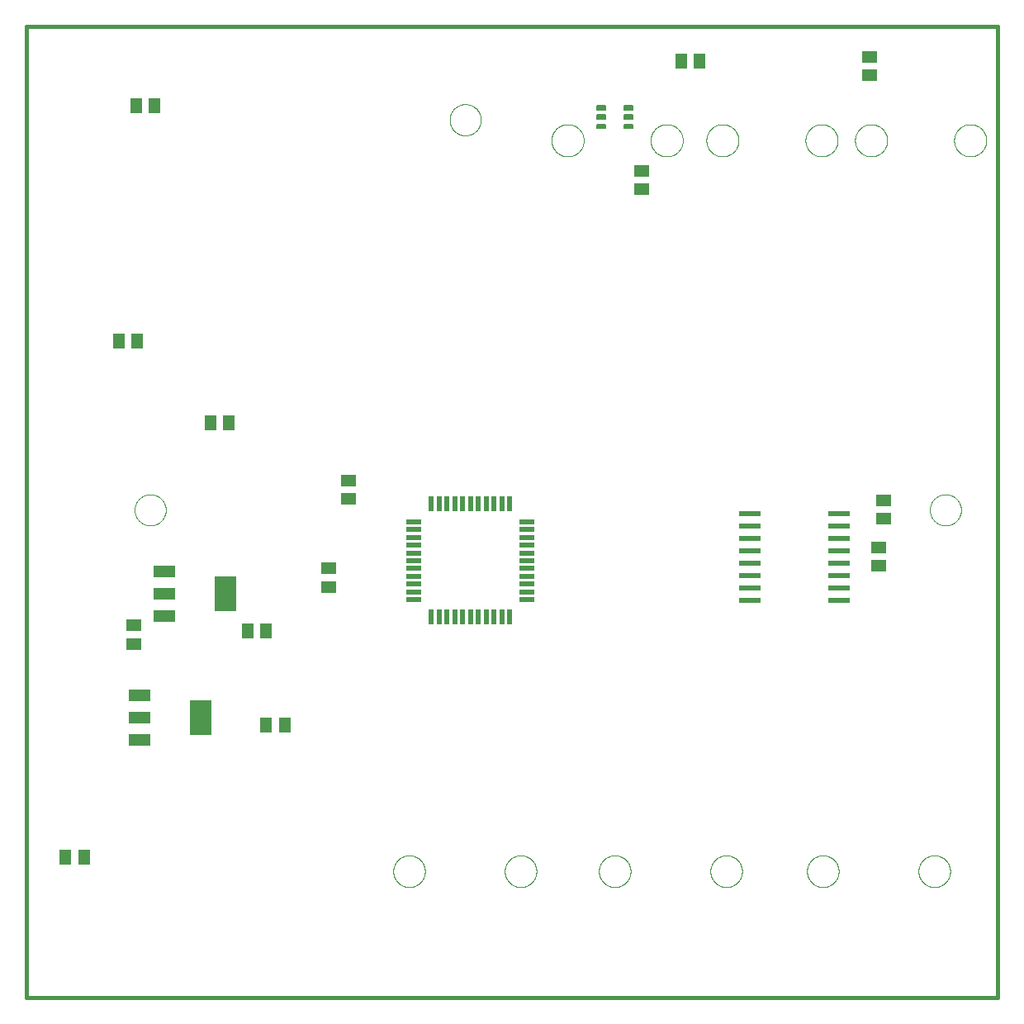
<source format=gbp>
G75*
%MOIN*%
%OFA0B0*%
%FSLAX25Y25*%
%IPPOS*%
%LPD*%
%AMOC8*
5,1,8,0,0,1.08239X$1,22.5*
%
%ADD10C,0.01600*%
%ADD11R,0.05906X0.01969*%
%ADD12R,0.01969X0.05906*%
%ADD13R,0.08799X0.04799*%
%ADD14R,0.08661X0.14173*%
%ADD15R,0.05906X0.05118*%
%ADD16R,0.05118X0.05906*%
%ADD17R,0.08661X0.02362*%
%ADD18C,0.00000*%
%ADD19R,0.05118X0.06299*%
%ADD20R,0.06299X0.05118*%
%ADD21C,0.00650*%
D10*
X0001800Y0001800D02*
X0001800Y0393800D01*
X0393800Y0393800D01*
X0393800Y0001800D01*
X0001800Y0001800D01*
D11*
X0158230Y0162416D03*
X0158230Y0165566D03*
X0158230Y0168716D03*
X0158230Y0171865D03*
X0158230Y0175015D03*
X0158230Y0178164D03*
X0158230Y0181314D03*
X0158230Y0184464D03*
X0158230Y0187613D03*
X0158230Y0190763D03*
X0158230Y0193912D03*
X0203899Y0193912D03*
X0203899Y0190763D03*
X0203899Y0187613D03*
X0203899Y0184464D03*
X0203899Y0181314D03*
X0203899Y0178164D03*
X0203899Y0175015D03*
X0203899Y0171865D03*
X0203899Y0168716D03*
X0203899Y0165566D03*
X0203899Y0162416D03*
D12*
X0196812Y0155330D03*
X0193663Y0155330D03*
X0190513Y0155330D03*
X0187364Y0155330D03*
X0184214Y0155330D03*
X0181064Y0155330D03*
X0177915Y0155330D03*
X0174765Y0155330D03*
X0171616Y0155330D03*
X0168466Y0155330D03*
X0165316Y0155330D03*
X0165316Y0200999D03*
X0168466Y0200999D03*
X0171616Y0200999D03*
X0174765Y0200999D03*
X0177915Y0200999D03*
X0181064Y0200999D03*
X0184214Y0200999D03*
X0187364Y0200999D03*
X0190513Y0200999D03*
X0193663Y0200999D03*
X0196812Y0200999D03*
D13*
X0057599Y0173898D03*
X0057599Y0164800D03*
X0057599Y0155702D03*
X0047599Y0123898D03*
X0047599Y0114800D03*
X0047599Y0105702D03*
D14*
X0072001Y0114800D03*
X0082001Y0164800D03*
D15*
X0045300Y0152040D03*
X0045300Y0144560D03*
X0123800Y0167560D03*
X0123800Y0175040D03*
X0131800Y0203060D03*
X0131800Y0210540D03*
X0250300Y0328060D03*
X0250300Y0335540D03*
X0342300Y0374060D03*
X0342300Y0381540D03*
X0347800Y0202540D03*
X0347800Y0195060D03*
D16*
X0025040Y0058481D03*
X0017560Y0058481D03*
D17*
X0293690Y0162300D03*
X0293690Y0167300D03*
X0293690Y0172300D03*
X0293690Y0177300D03*
X0293690Y0182300D03*
X0293690Y0187300D03*
X0293690Y0192300D03*
X0293690Y0197300D03*
X0329910Y0197300D03*
X0329910Y0192300D03*
X0329910Y0187300D03*
X0329910Y0182300D03*
X0329910Y0177300D03*
X0329910Y0172300D03*
X0329910Y0167300D03*
X0329910Y0162300D03*
D18*
X0366501Y0198650D02*
X0366503Y0198808D01*
X0366509Y0198966D01*
X0366519Y0199124D01*
X0366533Y0199282D01*
X0366551Y0199439D01*
X0366572Y0199596D01*
X0366598Y0199752D01*
X0366628Y0199908D01*
X0366661Y0200063D01*
X0366699Y0200216D01*
X0366740Y0200369D01*
X0366785Y0200521D01*
X0366834Y0200672D01*
X0366887Y0200821D01*
X0366943Y0200969D01*
X0367003Y0201115D01*
X0367067Y0201260D01*
X0367135Y0201403D01*
X0367206Y0201545D01*
X0367280Y0201685D01*
X0367358Y0201822D01*
X0367440Y0201958D01*
X0367524Y0202092D01*
X0367613Y0202223D01*
X0367704Y0202352D01*
X0367799Y0202479D01*
X0367896Y0202604D01*
X0367997Y0202726D01*
X0368101Y0202845D01*
X0368208Y0202962D01*
X0368318Y0203076D01*
X0368431Y0203187D01*
X0368546Y0203296D01*
X0368664Y0203401D01*
X0368785Y0203503D01*
X0368908Y0203603D01*
X0369034Y0203699D01*
X0369162Y0203792D01*
X0369292Y0203882D01*
X0369425Y0203968D01*
X0369560Y0204052D01*
X0369696Y0204131D01*
X0369835Y0204208D01*
X0369976Y0204280D01*
X0370118Y0204350D01*
X0370262Y0204415D01*
X0370408Y0204477D01*
X0370555Y0204535D01*
X0370704Y0204590D01*
X0370854Y0204641D01*
X0371005Y0204688D01*
X0371157Y0204731D01*
X0371310Y0204770D01*
X0371465Y0204806D01*
X0371620Y0204837D01*
X0371776Y0204865D01*
X0371932Y0204889D01*
X0372089Y0204909D01*
X0372247Y0204925D01*
X0372404Y0204937D01*
X0372563Y0204945D01*
X0372721Y0204949D01*
X0372879Y0204949D01*
X0373037Y0204945D01*
X0373196Y0204937D01*
X0373353Y0204925D01*
X0373511Y0204909D01*
X0373668Y0204889D01*
X0373824Y0204865D01*
X0373980Y0204837D01*
X0374135Y0204806D01*
X0374290Y0204770D01*
X0374443Y0204731D01*
X0374595Y0204688D01*
X0374746Y0204641D01*
X0374896Y0204590D01*
X0375045Y0204535D01*
X0375192Y0204477D01*
X0375338Y0204415D01*
X0375482Y0204350D01*
X0375624Y0204280D01*
X0375765Y0204208D01*
X0375904Y0204131D01*
X0376040Y0204052D01*
X0376175Y0203968D01*
X0376308Y0203882D01*
X0376438Y0203792D01*
X0376566Y0203699D01*
X0376692Y0203603D01*
X0376815Y0203503D01*
X0376936Y0203401D01*
X0377054Y0203296D01*
X0377169Y0203187D01*
X0377282Y0203076D01*
X0377392Y0202962D01*
X0377499Y0202845D01*
X0377603Y0202726D01*
X0377704Y0202604D01*
X0377801Y0202479D01*
X0377896Y0202352D01*
X0377987Y0202223D01*
X0378076Y0202092D01*
X0378160Y0201958D01*
X0378242Y0201822D01*
X0378320Y0201685D01*
X0378394Y0201545D01*
X0378465Y0201403D01*
X0378533Y0201260D01*
X0378597Y0201115D01*
X0378657Y0200969D01*
X0378713Y0200821D01*
X0378766Y0200672D01*
X0378815Y0200521D01*
X0378860Y0200369D01*
X0378901Y0200216D01*
X0378939Y0200063D01*
X0378972Y0199908D01*
X0379002Y0199752D01*
X0379028Y0199596D01*
X0379049Y0199439D01*
X0379067Y0199282D01*
X0379081Y0199124D01*
X0379091Y0198966D01*
X0379097Y0198808D01*
X0379099Y0198650D01*
X0379097Y0198492D01*
X0379091Y0198334D01*
X0379081Y0198176D01*
X0379067Y0198018D01*
X0379049Y0197861D01*
X0379028Y0197704D01*
X0379002Y0197548D01*
X0378972Y0197392D01*
X0378939Y0197237D01*
X0378901Y0197084D01*
X0378860Y0196931D01*
X0378815Y0196779D01*
X0378766Y0196628D01*
X0378713Y0196479D01*
X0378657Y0196331D01*
X0378597Y0196185D01*
X0378533Y0196040D01*
X0378465Y0195897D01*
X0378394Y0195755D01*
X0378320Y0195615D01*
X0378242Y0195478D01*
X0378160Y0195342D01*
X0378076Y0195208D01*
X0377987Y0195077D01*
X0377896Y0194948D01*
X0377801Y0194821D01*
X0377704Y0194696D01*
X0377603Y0194574D01*
X0377499Y0194455D01*
X0377392Y0194338D01*
X0377282Y0194224D01*
X0377169Y0194113D01*
X0377054Y0194004D01*
X0376936Y0193899D01*
X0376815Y0193797D01*
X0376692Y0193697D01*
X0376566Y0193601D01*
X0376438Y0193508D01*
X0376308Y0193418D01*
X0376175Y0193332D01*
X0376040Y0193248D01*
X0375904Y0193169D01*
X0375765Y0193092D01*
X0375624Y0193020D01*
X0375482Y0192950D01*
X0375338Y0192885D01*
X0375192Y0192823D01*
X0375045Y0192765D01*
X0374896Y0192710D01*
X0374746Y0192659D01*
X0374595Y0192612D01*
X0374443Y0192569D01*
X0374290Y0192530D01*
X0374135Y0192494D01*
X0373980Y0192463D01*
X0373824Y0192435D01*
X0373668Y0192411D01*
X0373511Y0192391D01*
X0373353Y0192375D01*
X0373196Y0192363D01*
X0373037Y0192355D01*
X0372879Y0192351D01*
X0372721Y0192351D01*
X0372563Y0192355D01*
X0372404Y0192363D01*
X0372247Y0192375D01*
X0372089Y0192391D01*
X0371932Y0192411D01*
X0371776Y0192435D01*
X0371620Y0192463D01*
X0371465Y0192494D01*
X0371310Y0192530D01*
X0371157Y0192569D01*
X0371005Y0192612D01*
X0370854Y0192659D01*
X0370704Y0192710D01*
X0370555Y0192765D01*
X0370408Y0192823D01*
X0370262Y0192885D01*
X0370118Y0192950D01*
X0369976Y0193020D01*
X0369835Y0193092D01*
X0369696Y0193169D01*
X0369560Y0193248D01*
X0369425Y0193332D01*
X0369292Y0193418D01*
X0369162Y0193508D01*
X0369034Y0193601D01*
X0368908Y0193697D01*
X0368785Y0193797D01*
X0368664Y0193899D01*
X0368546Y0194004D01*
X0368431Y0194113D01*
X0368318Y0194224D01*
X0368208Y0194338D01*
X0368101Y0194455D01*
X0367997Y0194574D01*
X0367896Y0194696D01*
X0367799Y0194821D01*
X0367704Y0194948D01*
X0367613Y0195077D01*
X0367524Y0195208D01*
X0367440Y0195342D01*
X0367358Y0195478D01*
X0367280Y0195615D01*
X0367206Y0195755D01*
X0367135Y0195897D01*
X0367067Y0196040D01*
X0367003Y0196185D01*
X0366943Y0196331D01*
X0366887Y0196479D01*
X0366834Y0196628D01*
X0366785Y0196779D01*
X0366740Y0196931D01*
X0366699Y0197084D01*
X0366661Y0197237D01*
X0366628Y0197392D01*
X0366598Y0197548D01*
X0366572Y0197704D01*
X0366551Y0197861D01*
X0366533Y0198018D01*
X0366519Y0198176D01*
X0366509Y0198334D01*
X0366503Y0198492D01*
X0366501Y0198650D01*
X0361900Y0052800D02*
X0361902Y0052960D01*
X0361908Y0053119D01*
X0361918Y0053278D01*
X0361932Y0053437D01*
X0361950Y0053596D01*
X0361971Y0053754D01*
X0361997Y0053911D01*
X0362027Y0054068D01*
X0362060Y0054224D01*
X0362098Y0054379D01*
X0362139Y0054533D01*
X0362184Y0054686D01*
X0362233Y0054838D01*
X0362286Y0054989D01*
X0362342Y0055138D01*
X0362403Y0055286D01*
X0362466Y0055432D01*
X0362534Y0055577D01*
X0362605Y0055720D01*
X0362679Y0055861D01*
X0362757Y0056000D01*
X0362839Y0056137D01*
X0362924Y0056272D01*
X0363012Y0056405D01*
X0363104Y0056536D01*
X0363198Y0056664D01*
X0363296Y0056790D01*
X0363397Y0056914D01*
X0363501Y0057035D01*
X0363608Y0057153D01*
X0363718Y0057269D01*
X0363831Y0057382D01*
X0363947Y0057492D01*
X0364065Y0057599D01*
X0364186Y0057703D01*
X0364310Y0057804D01*
X0364436Y0057902D01*
X0364564Y0057996D01*
X0364695Y0058088D01*
X0364828Y0058176D01*
X0364963Y0058261D01*
X0365100Y0058343D01*
X0365239Y0058421D01*
X0365380Y0058495D01*
X0365523Y0058566D01*
X0365668Y0058634D01*
X0365814Y0058697D01*
X0365962Y0058758D01*
X0366111Y0058814D01*
X0366262Y0058867D01*
X0366414Y0058916D01*
X0366567Y0058961D01*
X0366721Y0059002D01*
X0366876Y0059040D01*
X0367032Y0059073D01*
X0367189Y0059103D01*
X0367346Y0059129D01*
X0367504Y0059150D01*
X0367663Y0059168D01*
X0367822Y0059182D01*
X0367981Y0059192D01*
X0368140Y0059198D01*
X0368300Y0059200D01*
X0368460Y0059198D01*
X0368619Y0059192D01*
X0368778Y0059182D01*
X0368937Y0059168D01*
X0369096Y0059150D01*
X0369254Y0059129D01*
X0369411Y0059103D01*
X0369568Y0059073D01*
X0369724Y0059040D01*
X0369879Y0059002D01*
X0370033Y0058961D01*
X0370186Y0058916D01*
X0370338Y0058867D01*
X0370489Y0058814D01*
X0370638Y0058758D01*
X0370786Y0058697D01*
X0370932Y0058634D01*
X0371077Y0058566D01*
X0371220Y0058495D01*
X0371361Y0058421D01*
X0371500Y0058343D01*
X0371637Y0058261D01*
X0371772Y0058176D01*
X0371905Y0058088D01*
X0372036Y0057996D01*
X0372164Y0057902D01*
X0372290Y0057804D01*
X0372414Y0057703D01*
X0372535Y0057599D01*
X0372653Y0057492D01*
X0372769Y0057382D01*
X0372882Y0057269D01*
X0372992Y0057153D01*
X0373099Y0057035D01*
X0373203Y0056914D01*
X0373304Y0056790D01*
X0373402Y0056664D01*
X0373496Y0056536D01*
X0373588Y0056405D01*
X0373676Y0056272D01*
X0373761Y0056137D01*
X0373843Y0056000D01*
X0373921Y0055861D01*
X0373995Y0055720D01*
X0374066Y0055577D01*
X0374134Y0055432D01*
X0374197Y0055286D01*
X0374258Y0055138D01*
X0374314Y0054989D01*
X0374367Y0054838D01*
X0374416Y0054686D01*
X0374461Y0054533D01*
X0374502Y0054379D01*
X0374540Y0054224D01*
X0374573Y0054068D01*
X0374603Y0053911D01*
X0374629Y0053754D01*
X0374650Y0053596D01*
X0374668Y0053437D01*
X0374682Y0053278D01*
X0374692Y0053119D01*
X0374698Y0052960D01*
X0374700Y0052800D01*
X0374698Y0052640D01*
X0374692Y0052481D01*
X0374682Y0052322D01*
X0374668Y0052163D01*
X0374650Y0052004D01*
X0374629Y0051846D01*
X0374603Y0051689D01*
X0374573Y0051532D01*
X0374540Y0051376D01*
X0374502Y0051221D01*
X0374461Y0051067D01*
X0374416Y0050914D01*
X0374367Y0050762D01*
X0374314Y0050611D01*
X0374258Y0050462D01*
X0374197Y0050314D01*
X0374134Y0050168D01*
X0374066Y0050023D01*
X0373995Y0049880D01*
X0373921Y0049739D01*
X0373843Y0049600D01*
X0373761Y0049463D01*
X0373676Y0049328D01*
X0373588Y0049195D01*
X0373496Y0049064D01*
X0373402Y0048936D01*
X0373304Y0048810D01*
X0373203Y0048686D01*
X0373099Y0048565D01*
X0372992Y0048447D01*
X0372882Y0048331D01*
X0372769Y0048218D01*
X0372653Y0048108D01*
X0372535Y0048001D01*
X0372414Y0047897D01*
X0372290Y0047796D01*
X0372164Y0047698D01*
X0372036Y0047604D01*
X0371905Y0047512D01*
X0371772Y0047424D01*
X0371637Y0047339D01*
X0371500Y0047257D01*
X0371361Y0047179D01*
X0371220Y0047105D01*
X0371077Y0047034D01*
X0370932Y0046966D01*
X0370786Y0046903D01*
X0370638Y0046842D01*
X0370489Y0046786D01*
X0370338Y0046733D01*
X0370186Y0046684D01*
X0370033Y0046639D01*
X0369879Y0046598D01*
X0369724Y0046560D01*
X0369568Y0046527D01*
X0369411Y0046497D01*
X0369254Y0046471D01*
X0369096Y0046450D01*
X0368937Y0046432D01*
X0368778Y0046418D01*
X0368619Y0046408D01*
X0368460Y0046402D01*
X0368300Y0046400D01*
X0368140Y0046402D01*
X0367981Y0046408D01*
X0367822Y0046418D01*
X0367663Y0046432D01*
X0367504Y0046450D01*
X0367346Y0046471D01*
X0367189Y0046497D01*
X0367032Y0046527D01*
X0366876Y0046560D01*
X0366721Y0046598D01*
X0366567Y0046639D01*
X0366414Y0046684D01*
X0366262Y0046733D01*
X0366111Y0046786D01*
X0365962Y0046842D01*
X0365814Y0046903D01*
X0365668Y0046966D01*
X0365523Y0047034D01*
X0365380Y0047105D01*
X0365239Y0047179D01*
X0365100Y0047257D01*
X0364963Y0047339D01*
X0364828Y0047424D01*
X0364695Y0047512D01*
X0364564Y0047604D01*
X0364436Y0047698D01*
X0364310Y0047796D01*
X0364186Y0047897D01*
X0364065Y0048001D01*
X0363947Y0048108D01*
X0363831Y0048218D01*
X0363718Y0048331D01*
X0363608Y0048447D01*
X0363501Y0048565D01*
X0363397Y0048686D01*
X0363296Y0048810D01*
X0363198Y0048936D01*
X0363104Y0049064D01*
X0363012Y0049195D01*
X0362924Y0049328D01*
X0362839Y0049463D01*
X0362757Y0049600D01*
X0362679Y0049739D01*
X0362605Y0049880D01*
X0362534Y0050023D01*
X0362466Y0050168D01*
X0362403Y0050314D01*
X0362342Y0050462D01*
X0362286Y0050611D01*
X0362233Y0050762D01*
X0362184Y0050914D01*
X0362139Y0051067D01*
X0362098Y0051221D01*
X0362060Y0051376D01*
X0362027Y0051532D01*
X0361997Y0051689D01*
X0361971Y0051846D01*
X0361950Y0052004D01*
X0361932Y0052163D01*
X0361918Y0052322D01*
X0361908Y0052481D01*
X0361902Y0052640D01*
X0361900Y0052800D01*
X0316900Y0052800D02*
X0316902Y0052960D01*
X0316908Y0053119D01*
X0316918Y0053278D01*
X0316932Y0053437D01*
X0316950Y0053596D01*
X0316971Y0053754D01*
X0316997Y0053911D01*
X0317027Y0054068D01*
X0317060Y0054224D01*
X0317098Y0054379D01*
X0317139Y0054533D01*
X0317184Y0054686D01*
X0317233Y0054838D01*
X0317286Y0054989D01*
X0317342Y0055138D01*
X0317403Y0055286D01*
X0317466Y0055432D01*
X0317534Y0055577D01*
X0317605Y0055720D01*
X0317679Y0055861D01*
X0317757Y0056000D01*
X0317839Y0056137D01*
X0317924Y0056272D01*
X0318012Y0056405D01*
X0318104Y0056536D01*
X0318198Y0056664D01*
X0318296Y0056790D01*
X0318397Y0056914D01*
X0318501Y0057035D01*
X0318608Y0057153D01*
X0318718Y0057269D01*
X0318831Y0057382D01*
X0318947Y0057492D01*
X0319065Y0057599D01*
X0319186Y0057703D01*
X0319310Y0057804D01*
X0319436Y0057902D01*
X0319564Y0057996D01*
X0319695Y0058088D01*
X0319828Y0058176D01*
X0319963Y0058261D01*
X0320100Y0058343D01*
X0320239Y0058421D01*
X0320380Y0058495D01*
X0320523Y0058566D01*
X0320668Y0058634D01*
X0320814Y0058697D01*
X0320962Y0058758D01*
X0321111Y0058814D01*
X0321262Y0058867D01*
X0321414Y0058916D01*
X0321567Y0058961D01*
X0321721Y0059002D01*
X0321876Y0059040D01*
X0322032Y0059073D01*
X0322189Y0059103D01*
X0322346Y0059129D01*
X0322504Y0059150D01*
X0322663Y0059168D01*
X0322822Y0059182D01*
X0322981Y0059192D01*
X0323140Y0059198D01*
X0323300Y0059200D01*
X0323460Y0059198D01*
X0323619Y0059192D01*
X0323778Y0059182D01*
X0323937Y0059168D01*
X0324096Y0059150D01*
X0324254Y0059129D01*
X0324411Y0059103D01*
X0324568Y0059073D01*
X0324724Y0059040D01*
X0324879Y0059002D01*
X0325033Y0058961D01*
X0325186Y0058916D01*
X0325338Y0058867D01*
X0325489Y0058814D01*
X0325638Y0058758D01*
X0325786Y0058697D01*
X0325932Y0058634D01*
X0326077Y0058566D01*
X0326220Y0058495D01*
X0326361Y0058421D01*
X0326500Y0058343D01*
X0326637Y0058261D01*
X0326772Y0058176D01*
X0326905Y0058088D01*
X0327036Y0057996D01*
X0327164Y0057902D01*
X0327290Y0057804D01*
X0327414Y0057703D01*
X0327535Y0057599D01*
X0327653Y0057492D01*
X0327769Y0057382D01*
X0327882Y0057269D01*
X0327992Y0057153D01*
X0328099Y0057035D01*
X0328203Y0056914D01*
X0328304Y0056790D01*
X0328402Y0056664D01*
X0328496Y0056536D01*
X0328588Y0056405D01*
X0328676Y0056272D01*
X0328761Y0056137D01*
X0328843Y0056000D01*
X0328921Y0055861D01*
X0328995Y0055720D01*
X0329066Y0055577D01*
X0329134Y0055432D01*
X0329197Y0055286D01*
X0329258Y0055138D01*
X0329314Y0054989D01*
X0329367Y0054838D01*
X0329416Y0054686D01*
X0329461Y0054533D01*
X0329502Y0054379D01*
X0329540Y0054224D01*
X0329573Y0054068D01*
X0329603Y0053911D01*
X0329629Y0053754D01*
X0329650Y0053596D01*
X0329668Y0053437D01*
X0329682Y0053278D01*
X0329692Y0053119D01*
X0329698Y0052960D01*
X0329700Y0052800D01*
X0329698Y0052640D01*
X0329692Y0052481D01*
X0329682Y0052322D01*
X0329668Y0052163D01*
X0329650Y0052004D01*
X0329629Y0051846D01*
X0329603Y0051689D01*
X0329573Y0051532D01*
X0329540Y0051376D01*
X0329502Y0051221D01*
X0329461Y0051067D01*
X0329416Y0050914D01*
X0329367Y0050762D01*
X0329314Y0050611D01*
X0329258Y0050462D01*
X0329197Y0050314D01*
X0329134Y0050168D01*
X0329066Y0050023D01*
X0328995Y0049880D01*
X0328921Y0049739D01*
X0328843Y0049600D01*
X0328761Y0049463D01*
X0328676Y0049328D01*
X0328588Y0049195D01*
X0328496Y0049064D01*
X0328402Y0048936D01*
X0328304Y0048810D01*
X0328203Y0048686D01*
X0328099Y0048565D01*
X0327992Y0048447D01*
X0327882Y0048331D01*
X0327769Y0048218D01*
X0327653Y0048108D01*
X0327535Y0048001D01*
X0327414Y0047897D01*
X0327290Y0047796D01*
X0327164Y0047698D01*
X0327036Y0047604D01*
X0326905Y0047512D01*
X0326772Y0047424D01*
X0326637Y0047339D01*
X0326500Y0047257D01*
X0326361Y0047179D01*
X0326220Y0047105D01*
X0326077Y0047034D01*
X0325932Y0046966D01*
X0325786Y0046903D01*
X0325638Y0046842D01*
X0325489Y0046786D01*
X0325338Y0046733D01*
X0325186Y0046684D01*
X0325033Y0046639D01*
X0324879Y0046598D01*
X0324724Y0046560D01*
X0324568Y0046527D01*
X0324411Y0046497D01*
X0324254Y0046471D01*
X0324096Y0046450D01*
X0323937Y0046432D01*
X0323778Y0046418D01*
X0323619Y0046408D01*
X0323460Y0046402D01*
X0323300Y0046400D01*
X0323140Y0046402D01*
X0322981Y0046408D01*
X0322822Y0046418D01*
X0322663Y0046432D01*
X0322504Y0046450D01*
X0322346Y0046471D01*
X0322189Y0046497D01*
X0322032Y0046527D01*
X0321876Y0046560D01*
X0321721Y0046598D01*
X0321567Y0046639D01*
X0321414Y0046684D01*
X0321262Y0046733D01*
X0321111Y0046786D01*
X0320962Y0046842D01*
X0320814Y0046903D01*
X0320668Y0046966D01*
X0320523Y0047034D01*
X0320380Y0047105D01*
X0320239Y0047179D01*
X0320100Y0047257D01*
X0319963Y0047339D01*
X0319828Y0047424D01*
X0319695Y0047512D01*
X0319564Y0047604D01*
X0319436Y0047698D01*
X0319310Y0047796D01*
X0319186Y0047897D01*
X0319065Y0048001D01*
X0318947Y0048108D01*
X0318831Y0048218D01*
X0318718Y0048331D01*
X0318608Y0048447D01*
X0318501Y0048565D01*
X0318397Y0048686D01*
X0318296Y0048810D01*
X0318198Y0048936D01*
X0318104Y0049064D01*
X0318012Y0049195D01*
X0317924Y0049328D01*
X0317839Y0049463D01*
X0317757Y0049600D01*
X0317679Y0049739D01*
X0317605Y0049880D01*
X0317534Y0050023D01*
X0317466Y0050168D01*
X0317403Y0050314D01*
X0317342Y0050462D01*
X0317286Y0050611D01*
X0317233Y0050762D01*
X0317184Y0050914D01*
X0317139Y0051067D01*
X0317098Y0051221D01*
X0317060Y0051376D01*
X0317027Y0051532D01*
X0316997Y0051689D01*
X0316971Y0051846D01*
X0316950Y0052004D01*
X0316932Y0052163D01*
X0316918Y0052322D01*
X0316908Y0052481D01*
X0316902Y0052640D01*
X0316900Y0052800D01*
X0277900Y0052800D02*
X0277902Y0052960D01*
X0277908Y0053119D01*
X0277918Y0053278D01*
X0277932Y0053437D01*
X0277950Y0053596D01*
X0277971Y0053754D01*
X0277997Y0053911D01*
X0278027Y0054068D01*
X0278060Y0054224D01*
X0278098Y0054379D01*
X0278139Y0054533D01*
X0278184Y0054686D01*
X0278233Y0054838D01*
X0278286Y0054989D01*
X0278342Y0055138D01*
X0278403Y0055286D01*
X0278466Y0055432D01*
X0278534Y0055577D01*
X0278605Y0055720D01*
X0278679Y0055861D01*
X0278757Y0056000D01*
X0278839Y0056137D01*
X0278924Y0056272D01*
X0279012Y0056405D01*
X0279104Y0056536D01*
X0279198Y0056664D01*
X0279296Y0056790D01*
X0279397Y0056914D01*
X0279501Y0057035D01*
X0279608Y0057153D01*
X0279718Y0057269D01*
X0279831Y0057382D01*
X0279947Y0057492D01*
X0280065Y0057599D01*
X0280186Y0057703D01*
X0280310Y0057804D01*
X0280436Y0057902D01*
X0280564Y0057996D01*
X0280695Y0058088D01*
X0280828Y0058176D01*
X0280963Y0058261D01*
X0281100Y0058343D01*
X0281239Y0058421D01*
X0281380Y0058495D01*
X0281523Y0058566D01*
X0281668Y0058634D01*
X0281814Y0058697D01*
X0281962Y0058758D01*
X0282111Y0058814D01*
X0282262Y0058867D01*
X0282414Y0058916D01*
X0282567Y0058961D01*
X0282721Y0059002D01*
X0282876Y0059040D01*
X0283032Y0059073D01*
X0283189Y0059103D01*
X0283346Y0059129D01*
X0283504Y0059150D01*
X0283663Y0059168D01*
X0283822Y0059182D01*
X0283981Y0059192D01*
X0284140Y0059198D01*
X0284300Y0059200D01*
X0284460Y0059198D01*
X0284619Y0059192D01*
X0284778Y0059182D01*
X0284937Y0059168D01*
X0285096Y0059150D01*
X0285254Y0059129D01*
X0285411Y0059103D01*
X0285568Y0059073D01*
X0285724Y0059040D01*
X0285879Y0059002D01*
X0286033Y0058961D01*
X0286186Y0058916D01*
X0286338Y0058867D01*
X0286489Y0058814D01*
X0286638Y0058758D01*
X0286786Y0058697D01*
X0286932Y0058634D01*
X0287077Y0058566D01*
X0287220Y0058495D01*
X0287361Y0058421D01*
X0287500Y0058343D01*
X0287637Y0058261D01*
X0287772Y0058176D01*
X0287905Y0058088D01*
X0288036Y0057996D01*
X0288164Y0057902D01*
X0288290Y0057804D01*
X0288414Y0057703D01*
X0288535Y0057599D01*
X0288653Y0057492D01*
X0288769Y0057382D01*
X0288882Y0057269D01*
X0288992Y0057153D01*
X0289099Y0057035D01*
X0289203Y0056914D01*
X0289304Y0056790D01*
X0289402Y0056664D01*
X0289496Y0056536D01*
X0289588Y0056405D01*
X0289676Y0056272D01*
X0289761Y0056137D01*
X0289843Y0056000D01*
X0289921Y0055861D01*
X0289995Y0055720D01*
X0290066Y0055577D01*
X0290134Y0055432D01*
X0290197Y0055286D01*
X0290258Y0055138D01*
X0290314Y0054989D01*
X0290367Y0054838D01*
X0290416Y0054686D01*
X0290461Y0054533D01*
X0290502Y0054379D01*
X0290540Y0054224D01*
X0290573Y0054068D01*
X0290603Y0053911D01*
X0290629Y0053754D01*
X0290650Y0053596D01*
X0290668Y0053437D01*
X0290682Y0053278D01*
X0290692Y0053119D01*
X0290698Y0052960D01*
X0290700Y0052800D01*
X0290698Y0052640D01*
X0290692Y0052481D01*
X0290682Y0052322D01*
X0290668Y0052163D01*
X0290650Y0052004D01*
X0290629Y0051846D01*
X0290603Y0051689D01*
X0290573Y0051532D01*
X0290540Y0051376D01*
X0290502Y0051221D01*
X0290461Y0051067D01*
X0290416Y0050914D01*
X0290367Y0050762D01*
X0290314Y0050611D01*
X0290258Y0050462D01*
X0290197Y0050314D01*
X0290134Y0050168D01*
X0290066Y0050023D01*
X0289995Y0049880D01*
X0289921Y0049739D01*
X0289843Y0049600D01*
X0289761Y0049463D01*
X0289676Y0049328D01*
X0289588Y0049195D01*
X0289496Y0049064D01*
X0289402Y0048936D01*
X0289304Y0048810D01*
X0289203Y0048686D01*
X0289099Y0048565D01*
X0288992Y0048447D01*
X0288882Y0048331D01*
X0288769Y0048218D01*
X0288653Y0048108D01*
X0288535Y0048001D01*
X0288414Y0047897D01*
X0288290Y0047796D01*
X0288164Y0047698D01*
X0288036Y0047604D01*
X0287905Y0047512D01*
X0287772Y0047424D01*
X0287637Y0047339D01*
X0287500Y0047257D01*
X0287361Y0047179D01*
X0287220Y0047105D01*
X0287077Y0047034D01*
X0286932Y0046966D01*
X0286786Y0046903D01*
X0286638Y0046842D01*
X0286489Y0046786D01*
X0286338Y0046733D01*
X0286186Y0046684D01*
X0286033Y0046639D01*
X0285879Y0046598D01*
X0285724Y0046560D01*
X0285568Y0046527D01*
X0285411Y0046497D01*
X0285254Y0046471D01*
X0285096Y0046450D01*
X0284937Y0046432D01*
X0284778Y0046418D01*
X0284619Y0046408D01*
X0284460Y0046402D01*
X0284300Y0046400D01*
X0284140Y0046402D01*
X0283981Y0046408D01*
X0283822Y0046418D01*
X0283663Y0046432D01*
X0283504Y0046450D01*
X0283346Y0046471D01*
X0283189Y0046497D01*
X0283032Y0046527D01*
X0282876Y0046560D01*
X0282721Y0046598D01*
X0282567Y0046639D01*
X0282414Y0046684D01*
X0282262Y0046733D01*
X0282111Y0046786D01*
X0281962Y0046842D01*
X0281814Y0046903D01*
X0281668Y0046966D01*
X0281523Y0047034D01*
X0281380Y0047105D01*
X0281239Y0047179D01*
X0281100Y0047257D01*
X0280963Y0047339D01*
X0280828Y0047424D01*
X0280695Y0047512D01*
X0280564Y0047604D01*
X0280436Y0047698D01*
X0280310Y0047796D01*
X0280186Y0047897D01*
X0280065Y0048001D01*
X0279947Y0048108D01*
X0279831Y0048218D01*
X0279718Y0048331D01*
X0279608Y0048447D01*
X0279501Y0048565D01*
X0279397Y0048686D01*
X0279296Y0048810D01*
X0279198Y0048936D01*
X0279104Y0049064D01*
X0279012Y0049195D01*
X0278924Y0049328D01*
X0278839Y0049463D01*
X0278757Y0049600D01*
X0278679Y0049739D01*
X0278605Y0049880D01*
X0278534Y0050023D01*
X0278466Y0050168D01*
X0278403Y0050314D01*
X0278342Y0050462D01*
X0278286Y0050611D01*
X0278233Y0050762D01*
X0278184Y0050914D01*
X0278139Y0051067D01*
X0278098Y0051221D01*
X0278060Y0051376D01*
X0278027Y0051532D01*
X0277997Y0051689D01*
X0277971Y0051846D01*
X0277950Y0052004D01*
X0277932Y0052163D01*
X0277918Y0052322D01*
X0277908Y0052481D01*
X0277902Y0052640D01*
X0277900Y0052800D01*
X0232900Y0052800D02*
X0232902Y0052960D01*
X0232908Y0053119D01*
X0232918Y0053278D01*
X0232932Y0053437D01*
X0232950Y0053596D01*
X0232971Y0053754D01*
X0232997Y0053911D01*
X0233027Y0054068D01*
X0233060Y0054224D01*
X0233098Y0054379D01*
X0233139Y0054533D01*
X0233184Y0054686D01*
X0233233Y0054838D01*
X0233286Y0054989D01*
X0233342Y0055138D01*
X0233403Y0055286D01*
X0233466Y0055432D01*
X0233534Y0055577D01*
X0233605Y0055720D01*
X0233679Y0055861D01*
X0233757Y0056000D01*
X0233839Y0056137D01*
X0233924Y0056272D01*
X0234012Y0056405D01*
X0234104Y0056536D01*
X0234198Y0056664D01*
X0234296Y0056790D01*
X0234397Y0056914D01*
X0234501Y0057035D01*
X0234608Y0057153D01*
X0234718Y0057269D01*
X0234831Y0057382D01*
X0234947Y0057492D01*
X0235065Y0057599D01*
X0235186Y0057703D01*
X0235310Y0057804D01*
X0235436Y0057902D01*
X0235564Y0057996D01*
X0235695Y0058088D01*
X0235828Y0058176D01*
X0235963Y0058261D01*
X0236100Y0058343D01*
X0236239Y0058421D01*
X0236380Y0058495D01*
X0236523Y0058566D01*
X0236668Y0058634D01*
X0236814Y0058697D01*
X0236962Y0058758D01*
X0237111Y0058814D01*
X0237262Y0058867D01*
X0237414Y0058916D01*
X0237567Y0058961D01*
X0237721Y0059002D01*
X0237876Y0059040D01*
X0238032Y0059073D01*
X0238189Y0059103D01*
X0238346Y0059129D01*
X0238504Y0059150D01*
X0238663Y0059168D01*
X0238822Y0059182D01*
X0238981Y0059192D01*
X0239140Y0059198D01*
X0239300Y0059200D01*
X0239460Y0059198D01*
X0239619Y0059192D01*
X0239778Y0059182D01*
X0239937Y0059168D01*
X0240096Y0059150D01*
X0240254Y0059129D01*
X0240411Y0059103D01*
X0240568Y0059073D01*
X0240724Y0059040D01*
X0240879Y0059002D01*
X0241033Y0058961D01*
X0241186Y0058916D01*
X0241338Y0058867D01*
X0241489Y0058814D01*
X0241638Y0058758D01*
X0241786Y0058697D01*
X0241932Y0058634D01*
X0242077Y0058566D01*
X0242220Y0058495D01*
X0242361Y0058421D01*
X0242500Y0058343D01*
X0242637Y0058261D01*
X0242772Y0058176D01*
X0242905Y0058088D01*
X0243036Y0057996D01*
X0243164Y0057902D01*
X0243290Y0057804D01*
X0243414Y0057703D01*
X0243535Y0057599D01*
X0243653Y0057492D01*
X0243769Y0057382D01*
X0243882Y0057269D01*
X0243992Y0057153D01*
X0244099Y0057035D01*
X0244203Y0056914D01*
X0244304Y0056790D01*
X0244402Y0056664D01*
X0244496Y0056536D01*
X0244588Y0056405D01*
X0244676Y0056272D01*
X0244761Y0056137D01*
X0244843Y0056000D01*
X0244921Y0055861D01*
X0244995Y0055720D01*
X0245066Y0055577D01*
X0245134Y0055432D01*
X0245197Y0055286D01*
X0245258Y0055138D01*
X0245314Y0054989D01*
X0245367Y0054838D01*
X0245416Y0054686D01*
X0245461Y0054533D01*
X0245502Y0054379D01*
X0245540Y0054224D01*
X0245573Y0054068D01*
X0245603Y0053911D01*
X0245629Y0053754D01*
X0245650Y0053596D01*
X0245668Y0053437D01*
X0245682Y0053278D01*
X0245692Y0053119D01*
X0245698Y0052960D01*
X0245700Y0052800D01*
X0245698Y0052640D01*
X0245692Y0052481D01*
X0245682Y0052322D01*
X0245668Y0052163D01*
X0245650Y0052004D01*
X0245629Y0051846D01*
X0245603Y0051689D01*
X0245573Y0051532D01*
X0245540Y0051376D01*
X0245502Y0051221D01*
X0245461Y0051067D01*
X0245416Y0050914D01*
X0245367Y0050762D01*
X0245314Y0050611D01*
X0245258Y0050462D01*
X0245197Y0050314D01*
X0245134Y0050168D01*
X0245066Y0050023D01*
X0244995Y0049880D01*
X0244921Y0049739D01*
X0244843Y0049600D01*
X0244761Y0049463D01*
X0244676Y0049328D01*
X0244588Y0049195D01*
X0244496Y0049064D01*
X0244402Y0048936D01*
X0244304Y0048810D01*
X0244203Y0048686D01*
X0244099Y0048565D01*
X0243992Y0048447D01*
X0243882Y0048331D01*
X0243769Y0048218D01*
X0243653Y0048108D01*
X0243535Y0048001D01*
X0243414Y0047897D01*
X0243290Y0047796D01*
X0243164Y0047698D01*
X0243036Y0047604D01*
X0242905Y0047512D01*
X0242772Y0047424D01*
X0242637Y0047339D01*
X0242500Y0047257D01*
X0242361Y0047179D01*
X0242220Y0047105D01*
X0242077Y0047034D01*
X0241932Y0046966D01*
X0241786Y0046903D01*
X0241638Y0046842D01*
X0241489Y0046786D01*
X0241338Y0046733D01*
X0241186Y0046684D01*
X0241033Y0046639D01*
X0240879Y0046598D01*
X0240724Y0046560D01*
X0240568Y0046527D01*
X0240411Y0046497D01*
X0240254Y0046471D01*
X0240096Y0046450D01*
X0239937Y0046432D01*
X0239778Y0046418D01*
X0239619Y0046408D01*
X0239460Y0046402D01*
X0239300Y0046400D01*
X0239140Y0046402D01*
X0238981Y0046408D01*
X0238822Y0046418D01*
X0238663Y0046432D01*
X0238504Y0046450D01*
X0238346Y0046471D01*
X0238189Y0046497D01*
X0238032Y0046527D01*
X0237876Y0046560D01*
X0237721Y0046598D01*
X0237567Y0046639D01*
X0237414Y0046684D01*
X0237262Y0046733D01*
X0237111Y0046786D01*
X0236962Y0046842D01*
X0236814Y0046903D01*
X0236668Y0046966D01*
X0236523Y0047034D01*
X0236380Y0047105D01*
X0236239Y0047179D01*
X0236100Y0047257D01*
X0235963Y0047339D01*
X0235828Y0047424D01*
X0235695Y0047512D01*
X0235564Y0047604D01*
X0235436Y0047698D01*
X0235310Y0047796D01*
X0235186Y0047897D01*
X0235065Y0048001D01*
X0234947Y0048108D01*
X0234831Y0048218D01*
X0234718Y0048331D01*
X0234608Y0048447D01*
X0234501Y0048565D01*
X0234397Y0048686D01*
X0234296Y0048810D01*
X0234198Y0048936D01*
X0234104Y0049064D01*
X0234012Y0049195D01*
X0233924Y0049328D01*
X0233839Y0049463D01*
X0233757Y0049600D01*
X0233679Y0049739D01*
X0233605Y0049880D01*
X0233534Y0050023D01*
X0233466Y0050168D01*
X0233403Y0050314D01*
X0233342Y0050462D01*
X0233286Y0050611D01*
X0233233Y0050762D01*
X0233184Y0050914D01*
X0233139Y0051067D01*
X0233098Y0051221D01*
X0233060Y0051376D01*
X0233027Y0051532D01*
X0232997Y0051689D01*
X0232971Y0051846D01*
X0232950Y0052004D01*
X0232932Y0052163D01*
X0232918Y0052322D01*
X0232908Y0052481D01*
X0232902Y0052640D01*
X0232900Y0052800D01*
X0194900Y0052800D02*
X0194902Y0052960D01*
X0194908Y0053119D01*
X0194918Y0053278D01*
X0194932Y0053437D01*
X0194950Y0053596D01*
X0194971Y0053754D01*
X0194997Y0053911D01*
X0195027Y0054068D01*
X0195060Y0054224D01*
X0195098Y0054379D01*
X0195139Y0054533D01*
X0195184Y0054686D01*
X0195233Y0054838D01*
X0195286Y0054989D01*
X0195342Y0055138D01*
X0195403Y0055286D01*
X0195466Y0055432D01*
X0195534Y0055577D01*
X0195605Y0055720D01*
X0195679Y0055861D01*
X0195757Y0056000D01*
X0195839Y0056137D01*
X0195924Y0056272D01*
X0196012Y0056405D01*
X0196104Y0056536D01*
X0196198Y0056664D01*
X0196296Y0056790D01*
X0196397Y0056914D01*
X0196501Y0057035D01*
X0196608Y0057153D01*
X0196718Y0057269D01*
X0196831Y0057382D01*
X0196947Y0057492D01*
X0197065Y0057599D01*
X0197186Y0057703D01*
X0197310Y0057804D01*
X0197436Y0057902D01*
X0197564Y0057996D01*
X0197695Y0058088D01*
X0197828Y0058176D01*
X0197963Y0058261D01*
X0198100Y0058343D01*
X0198239Y0058421D01*
X0198380Y0058495D01*
X0198523Y0058566D01*
X0198668Y0058634D01*
X0198814Y0058697D01*
X0198962Y0058758D01*
X0199111Y0058814D01*
X0199262Y0058867D01*
X0199414Y0058916D01*
X0199567Y0058961D01*
X0199721Y0059002D01*
X0199876Y0059040D01*
X0200032Y0059073D01*
X0200189Y0059103D01*
X0200346Y0059129D01*
X0200504Y0059150D01*
X0200663Y0059168D01*
X0200822Y0059182D01*
X0200981Y0059192D01*
X0201140Y0059198D01*
X0201300Y0059200D01*
X0201460Y0059198D01*
X0201619Y0059192D01*
X0201778Y0059182D01*
X0201937Y0059168D01*
X0202096Y0059150D01*
X0202254Y0059129D01*
X0202411Y0059103D01*
X0202568Y0059073D01*
X0202724Y0059040D01*
X0202879Y0059002D01*
X0203033Y0058961D01*
X0203186Y0058916D01*
X0203338Y0058867D01*
X0203489Y0058814D01*
X0203638Y0058758D01*
X0203786Y0058697D01*
X0203932Y0058634D01*
X0204077Y0058566D01*
X0204220Y0058495D01*
X0204361Y0058421D01*
X0204500Y0058343D01*
X0204637Y0058261D01*
X0204772Y0058176D01*
X0204905Y0058088D01*
X0205036Y0057996D01*
X0205164Y0057902D01*
X0205290Y0057804D01*
X0205414Y0057703D01*
X0205535Y0057599D01*
X0205653Y0057492D01*
X0205769Y0057382D01*
X0205882Y0057269D01*
X0205992Y0057153D01*
X0206099Y0057035D01*
X0206203Y0056914D01*
X0206304Y0056790D01*
X0206402Y0056664D01*
X0206496Y0056536D01*
X0206588Y0056405D01*
X0206676Y0056272D01*
X0206761Y0056137D01*
X0206843Y0056000D01*
X0206921Y0055861D01*
X0206995Y0055720D01*
X0207066Y0055577D01*
X0207134Y0055432D01*
X0207197Y0055286D01*
X0207258Y0055138D01*
X0207314Y0054989D01*
X0207367Y0054838D01*
X0207416Y0054686D01*
X0207461Y0054533D01*
X0207502Y0054379D01*
X0207540Y0054224D01*
X0207573Y0054068D01*
X0207603Y0053911D01*
X0207629Y0053754D01*
X0207650Y0053596D01*
X0207668Y0053437D01*
X0207682Y0053278D01*
X0207692Y0053119D01*
X0207698Y0052960D01*
X0207700Y0052800D01*
X0207698Y0052640D01*
X0207692Y0052481D01*
X0207682Y0052322D01*
X0207668Y0052163D01*
X0207650Y0052004D01*
X0207629Y0051846D01*
X0207603Y0051689D01*
X0207573Y0051532D01*
X0207540Y0051376D01*
X0207502Y0051221D01*
X0207461Y0051067D01*
X0207416Y0050914D01*
X0207367Y0050762D01*
X0207314Y0050611D01*
X0207258Y0050462D01*
X0207197Y0050314D01*
X0207134Y0050168D01*
X0207066Y0050023D01*
X0206995Y0049880D01*
X0206921Y0049739D01*
X0206843Y0049600D01*
X0206761Y0049463D01*
X0206676Y0049328D01*
X0206588Y0049195D01*
X0206496Y0049064D01*
X0206402Y0048936D01*
X0206304Y0048810D01*
X0206203Y0048686D01*
X0206099Y0048565D01*
X0205992Y0048447D01*
X0205882Y0048331D01*
X0205769Y0048218D01*
X0205653Y0048108D01*
X0205535Y0048001D01*
X0205414Y0047897D01*
X0205290Y0047796D01*
X0205164Y0047698D01*
X0205036Y0047604D01*
X0204905Y0047512D01*
X0204772Y0047424D01*
X0204637Y0047339D01*
X0204500Y0047257D01*
X0204361Y0047179D01*
X0204220Y0047105D01*
X0204077Y0047034D01*
X0203932Y0046966D01*
X0203786Y0046903D01*
X0203638Y0046842D01*
X0203489Y0046786D01*
X0203338Y0046733D01*
X0203186Y0046684D01*
X0203033Y0046639D01*
X0202879Y0046598D01*
X0202724Y0046560D01*
X0202568Y0046527D01*
X0202411Y0046497D01*
X0202254Y0046471D01*
X0202096Y0046450D01*
X0201937Y0046432D01*
X0201778Y0046418D01*
X0201619Y0046408D01*
X0201460Y0046402D01*
X0201300Y0046400D01*
X0201140Y0046402D01*
X0200981Y0046408D01*
X0200822Y0046418D01*
X0200663Y0046432D01*
X0200504Y0046450D01*
X0200346Y0046471D01*
X0200189Y0046497D01*
X0200032Y0046527D01*
X0199876Y0046560D01*
X0199721Y0046598D01*
X0199567Y0046639D01*
X0199414Y0046684D01*
X0199262Y0046733D01*
X0199111Y0046786D01*
X0198962Y0046842D01*
X0198814Y0046903D01*
X0198668Y0046966D01*
X0198523Y0047034D01*
X0198380Y0047105D01*
X0198239Y0047179D01*
X0198100Y0047257D01*
X0197963Y0047339D01*
X0197828Y0047424D01*
X0197695Y0047512D01*
X0197564Y0047604D01*
X0197436Y0047698D01*
X0197310Y0047796D01*
X0197186Y0047897D01*
X0197065Y0048001D01*
X0196947Y0048108D01*
X0196831Y0048218D01*
X0196718Y0048331D01*
X0196608Y0048447D01*
X0196501Y0048565D01*
X0196397Y0048686D01*
X0196296Y0048810D01*
X0196198Y0048936D01*
X0196104Y0049064D01*
X0196012Y0049195D01*
X0195924Y0049328D01*
X0195839Y0049463D01*
X0195757Y0049600D01*
X0195679Y0049739D01*
X0195605Y0049880D01*
X0195534Y0050023D01*
X0195466Y0050168D01*
X0195403Y0050314D01*
X0195342Y0050462D01*
X0195286Y0050611D01*
X0195233Y0050762D01*
X0195184Y0050914D01*
X0195139Y0051067D01*
X0195098Y0051221D01*
X0195060Y0051376D01*
X0195027Y0051532D01*
X0194997Y0051689D01*
X0194971Y0051846D01*
X0194950Y0052004D01*
X0194932Y0052163D01*
X0194918Y0052322D01*
X0194908Y0052481D01*
X0194902Y0052640D01*
X0194900Y0052800D01*
X0149900Y0052800D02*
X0149902Y0052960D01*
X0149908Y0053119D01*
X0149918Y0053278D01*
X0149932Y0053437D01*
X0149950Y0053596D01*
X0149971Y0053754D01*
X0149997Y0053911D01*
X0150027Y0054068D01*
X0150060Y0054224D01*
X0150098Y0054379D01*
X0150139Y0054533D01*
X0150184Y0054686D01*
X0150233Y0054838D01*
X0150286Y0054989D01*
X0150342Y0055138D01*
X0150403Y0055286D01*
X0150466Y0055432D01*
X0150534Y0055577D01*
X0150605Y0055720D01*
X0150679Y0055861D01*
X0150757Y0056000D01*
X0150839Y0056137D01*
X0150924Y0056272D01*
X0151012Y0056405D01*
X0151104Y0056536D01*
X0151198Y0056664D01*
X0151296Y0056790D01*
X0151397Y0056914D01*
X0151501Y0057035D01*
X0151608Y0057153D01*
X0151718Y0057269D01*
X0151831Y0057382D01*
X0151947Y0057492D01*
X0152065Y0057599D01*
X0152186Y0057703D01*
X0152310Y0057804D01*
X0152436Y0057902D01*
X0152564Y0057996D01*
X0152695Y0058088D01*
X0152828Y0058176D01*
X0152963Y0058261D01*
X0153100Y0058343D01*
X0153239Y0058421D01*
X0153380Y0058495D01*
X0153523Y0058566D01*
X0153668Y0058634D01*
X0153814Y0058697D01*
X0153962Y0058758D01*
X0154111Y0058814D01*
X0154262Y0058867D01*
X0154414Y0058916D01*
X0154567Y0058961D01*
X0154721Y0059002D01*
X0154876Y0059040D01*
X0155032Y0059073D01*
X0155189Y0059103D01*
X0155346Y0059129D01*
X0155504Y0059150D01*
X0155663Y0059168D01*
X0155822Y0059182D01*
X0155981Y0059192D01*
X0156140Y0059198D01*
X0156300Y0059200D01*
X0156460Y0059198D01*
X0156619Y0059192D01*
X0156778Y0059182D01*
X0156937Y0059168D01*
X0157096Y0059150D01*
X0157254Y0059129D01*
X0157411Y0059103D01*
X0157568Y0059073D01*
X0157724Y0059040D01*
X0157879Y0059002D01*
X0158033Y0058961D01*
X0158186Y0058916D01*
X0158338Y0058867D01*
X0158489Y0058814D01*
X0158638Y0058758D01*
X0158786Y0058697D01*
X0158932Y0058634D01*
X0159077Y0058566D01*
X0159220Y0058495D01*
X0159361Y0058421D01*
X0159500Y0058343D01*
X0159637Y0058261D01*
X0159772Y0058176D01*
X0159905Y0058088D01*
X0160036Y0057996D01*
X0160164Y0057902D01*
X0160290Y0057804D01*
X0160414Y0057703D01*
X0160535Y0057599D01*
X0160653Y0057492D01*
X0160769Y0057382D01*
X0160882Y0057269D01*
X0160992Y0057153D01*
X0161099Y0057035D01*
X0161203Y0056914D01*
X0161304Y0056790D01*
X0161402Y0056664D01*
X0161496Y0056536D01*
X0161588Y0056405D01*
X0161676Y0056272D01*
X0161761Y0056137D01*
X0161843Y0056000D01*
X0161921Y0055861D01*
X0161995Y0055720D01*
X0162066Y0055577D01*
X0162134Y0055432D01*
X0162197Y0055286D01*
X0162258Y0055138D01*
X0162314Y0054989D01*
X0162367Y0054838D01*
X0162416Y0054686D01*
X0162461Y0054533D01*
X0162502Y0054379D01*
X0162540Y0054224D01*
X0162573Y0054068D01*
X0162603Y0053911D01*
X0162629Y0053754D01*
X0162650Y0053596D01*
X0162668Y0053437D01*
X0162682Y0053278D01*
X0162692Y0053119D01*
X0162698Y0052960D01*
X0162700Y0052800D01*
X0162698Y0052640D01*
X0162692Y0052481D01*
X0162682Y0052322D01*
X0162668Y0052163D01*
X0162650Y0052004D01*
X0162629Y0051846D01*
X0162603Y0051689D01*
X0162573Y0051532D01*
X0162540Y0051376D01*
X0162502Y0051221D01*
X0162461Y0051067D01*
X0162416Y0050914D01*
X0162367Y0050762D01*
X0162314Y0050611D01*
X0162258Y0050462D01*
X0162197Y0050314D01*
X0162134Y0050168D01*
X0162066Y0050023D01*
X0161995Y0049880D01*
X0161921Y0049739D01*
X0161843Y0049600D01*
X0161761Y0049463D01*
X0161676Y0049328D01*
X0161588Y0049195D01*
X0161496Y0049064D01*
X0161402Y0048936D01*
X0161304Y0048810D01*
X0161203Y0048686D01*
X0161099Y0048565D01*
X0160992Y0048447D01*
X0160882Y0048331D01*
X0160769Y0048218D01*
X0160653Y0048108D01*
X0160535Y0048001D01*
X0160414Y0047897D01*
X0160290Y0047796D01*
X0160164Y0047698D01*
X0160036Y0047604D01*
X0159905Y0047512D01*
X0159772Y0047424D01*
X0159637Y0047339D01*
X0159500Y0047257D01*
X0159361Y0047179D01*
X0159220Y0047105D01*
X0159077Y0047034D01*
X0158932Y0046966D01*
X0158786Y0046903D01*
X0158638Y0046842D01*
X0158489Y0046786D01*
X0158338Y0046733D01*
X0158186Y0046684D01*
X0158033Y0046639D01*
X0157879Y0046598D01*
X0157724Y0046560D01*
X0157568Y0046527D01*
X0157411Y0046497D01*
X0157254Y0046471D01*
X0157096Y0046450D01*
X0156937Y0046432D01*
X0156778Y0046418D01*
X0156619Y0046408D01*
X0156460Y0046402D01*
X0156300Y0046400D01*
X0156140Y0046402D01*
X0155981Y0046408D01*
X0155822Y0046418D01*
X0155663Y0046432D01*
X0155504Y0046450D01*
X0155346Y0046471D01*
X0155189Y0046497D01*
X0155032Y0046527D01*
X0154876Y0046560D01*
X0154721Y0046598D01*
X0154567Y0046639D01*
X0154414Y0046684D01*
X0154262Y0046733D01*
X0154111Y0046786D01*
X0153962Y0046842D01*
X0153814Y0046903D01*
X0153668Y0046966D01*
X0153523Y0047034D01*
X0153380Y0047105D01*
X0153239Y0047179D01*
X0153100Y0047257D01*
X0152963Y0047339D01*
X0152828Y0047424D01*
X0152695Y0047512D01*
X0152564Y0047604D01*
X0152436Y0047698D01*
X0152310Y0047796D01*
X0152186Y0047897D01*
X0152065Y0048001D01*
X0151947Y0048108D01*
X0151831Y0048218D01*
X0151718Y0048331D01*
X0151608Y0048447D01*
X0151501Y0048565D01*
X0151397Y0048686D01*
X0151296Y0048810D01*
X0151198Y0048936D01*
X0151104Y0049064D01*
X0151012Y0049195D01*
X0150924Y0049328D01*
X0150839Y0049463D01*
X0150757Y0049600D01*
X0150679Y0049739D01*
X0150605Y0049880D01*
X0150534Y0050023D01*
X0150466Y0050168D01*
X0150403Y0050314D01*
X0150342Y0050462D01*
X0150286Y0050611D01*
X0150233Y0050762D01*
X0150184Y0050914D01*
X0150139Y0051067D01*
X0150098Y0051221D01*
X0150060Y0051376D01*
X0150027Y0051532D01*
X0149997Y0051689D01*
X0149971Y0051846D01*
X0149950Y0052004D01*
X0149932Y0052163D01*
X0149918Y0052322D01*
X0149908Y0052481D01*
X0149902Y0052640D01*
X0149900Y0052800D01*
X0045501Y0198650D02*
X0045503Y0198808D01*
X0045509Y0198966D01*
X0045519Y0199124D01*
X0045533Y0199282D01*
X0045551Y0199439D01*
X0045572Y0199596D01*
X0045598Y0199752D01*
X0045628Y0199908D01*
X0045661Y0200063D01*
X0045699Y0200216D01*
X0045740Y0200369D01*
X0045785Y0200521D01*
X0045834Y0200672D01*
X0045887Y0200821D01*
X0045943Y0200969D01*
X0046003Y0201115D01*
X0046067Y0201260D01*
X0046135Y0201403D01*
X0046206Y0201545D01*
X0046280Y0201685D01*
X0046358Y0201822D01*
X0046440Y0201958D01*
X0046524Y0202092D01*
X0046613Y0202223D01*
X0046704Y0202352D01*
X0046799Y0202479D01*
X0046896Y0202604D01*
X0046997Y0202726D01*
X0047101Y0202845D01*
X0047208Y0202962D01*
X0047318Y0203076D01*
X0047431Y0203187D01*
X0047546Y0203296D01*
X0047664Y0203401D01*
X0047785Y0203503D01*
X0047908Y0203603D01*
X0048034Y0203699D01*
X0048162Y0203792D01*
X0048292Y0203882D01*
X0048425Y0203968D01*
X0048560Y0204052D01*
X0048696Y0204131D01*
X0048835Y0204208D01*
X0048976Y0204280D01*
X0049118Y0204350D01*
X0049262Y0204415D01*
X0049408Y0204477D01*
X0049555Y0204535D01*
X0049704Y0204590D01*
X0049854Y0204641D01*
X0050005Y0204688D01*
X0050157Y0204731D01*
X0050310Y0204770D01*
X0050465Y0204806D01*
X0050620Y0204837D01*
X0050776Y0204865D01*
X0050932Y0204889D01*
X0051089Y0204909D01*
X0051247Y0204925D01*
X0051404Y0204937D01*
X0051563Y0204945D01*
X0051721Y0204949D01*
X0051879Y0204949D01*
X0052037Y0204945D01*
X0052196Y0204937D01*
X0052353Y0204925D01*
X0052511Y0204909D01*
X0052668Y0204889D01*
X0052824Y0204865D01*
X0052980Y0204837D01*
X0053135Y0204806D01*
X0053290Y0204770D01*
X0053443Y0204731D01*
X0053595Y0204688D01*
X0053746Y0204641D01*
X0053896Y0204590D01*
X0054045Y0204535D01*
X0054192Y0204477D01*
X0054338Y0204415D01*
X0054482Y0204350D01*
X0054624Y0204280D01*
X0054765Y0204208D01*
X0054904Y0204131D01*
X0055040Y0204052D01*
X0055175Y0203968D01*
X0055308Y0203882D01*
X0055438Y0203792D01*
X0055566Y0203699D01*
X0055692Y0203603D01*
X0055815Y0203503D01*
X0055936Y0203401D01*
X0056054Y0203296D01*
X0056169Y0203187D01*
X0056282Y0203076D01*
X0056392Y0202962D01*
X0056499Y0202845D01*
X0056603Y0202726D01*
X0056704Y0202604D01*
X0056801Y0202479D01*
X0056896Y0202352D01*
X0056987Y0202223D01*
X0057076Y0202092D01*
X0057160Y0201958D01*
X0057242Y0201822D01*
X0057320Y0201685D01*
X0057394Y0201545D01*
X0057465Y0201403D01*
X0057533Y0201260D01*
X0057597Y0201115D01*
X0057657Y0200969D01*
X0057713Y0200821D01*
X0057766Y0200672D01*
X0057815Y0200521D01*
X0057860Y0200369D01*
X0057901Y0200216D01*
X0057939Y0200063D01*
X0057972Y0199908D01*
X0058002Y0199752D01*
X0058028Y0199596D01*
X0058049Y0199439D01*
X0058067Y0199282D01*
X0058081Y0199124D01*
X0058091Y0198966D01*
X0058097Y0198808D01*
X0058099Y0198650D01*
X0058097Y0198492D01*
X0058091Y0198334D01*
X0058081Y0198176D01*
X0058067Y0198018D01*
X0058049Y0197861D01*
X0058028Y0197704D01*
X0058002Y0197548D01*
X0057972Y0197392D01*
X0057939Y0197237D01*
X0057901Y0197084D01*
X0057860Y0196931D01*
X0057815Y0196779D01*
X0057766Y0196628D01*
X0057713Y0196479D01*
X0057657Y0196331D01*
X0057597Y0196185D01*
X0057533Y0196040D01*
X0057465Y0195897D01*
X0057394Y0195755D01*
X0057320Y0195615D01*
X0057242Y0195478D01*
X0057160Y0195342D01*
X0057076Y0195208D01*
X0056987Y0195077D01*
X0056896Y0194948D01*
X0056801Y0194821D01*
X0056704Y0194696D01*
X0056603Y0194574D01*
X0056499Y0194455D01*
X0056392Y0194338D01*
X0056282Y0194224D01*
X0056169Y0194113D01*
X0056054Y0194004D01*
X0055936Y0193899D01*
X0055815Y0193797D01*
X0055692Y0193697D01*
X0055566Y0193601D01*
X0055438Y0193508D01*
X0055308Y0193418D01*
X0055175Y0193332D01*
X0055040Y0193248D01*
X0054904Y0193169D01*
X0054765Y0193092D01*
X0054624Y0193020D01*
X0054482Y0192950D01*
X0054338Y0192885D01*
X0054192Y0192823D01*
X0054045Y0192765D01*
X0053896Y0192710D01*
X0053746Y0192659D01*
X0053595Y0192612D01*
X0053443Y0192569D01*
X0053290Y0192530D01*
X0053135Y0192494D01*
X0052980Y0192463D01*
X0052824Y0192435D01*
X0052668Y0192411D01*
X0052511Y0192391D01*
X0052353Y0192375D01*
X0052196Y0192363D01*
X0052037Y0192355D01*
X0051879Y0192351D01*
X0051721Y0192351D01*
X0051563Y0192355D01*
X0051404Y0192363D01*
X0051247Y0192375D01*
X0051089Y0192391D01*
X0050932Y0192411D01*
X0050776Y0192435D01*
X0050620Y0192463D01*
X0050465Y0192494D01*
X0050310Y0192530D01*
X0050157Y0192569D01*
X0050005Y0192612D01*
X0049854Y0192659D01*
X0049704Y0192710D01*
X0049555Y0192765D01*
X0049408Y0192823D01*
X0049262Y0192885D01*
X0049118Y0192950D01*
X0048976Y0193020D01*
X0048835Y0193092D01*
X0048696Y0193169D01*
X0048560Y0193248D01*
X0048425Y0193332D01*
X0048292Y0193418D01*
X0048162Y0193508D01*
X0048034Y0193601D01*
X0047908Y0193697D01*
X0047785Y0193797D01*
X0047664Y0193899D01*
X0047546Y0194004D01*
X0047431Y0194113D01*
X0047318Y0194224D01*
X0047208Y0194338D01*
X0047101Y0194455D01*
X0046997Y0194574D01*
X0046896Y0194696D01*
X0046799Y0194821D01*
X0046704Y0194948D01*
X0046613Y0195077D01*
X0046524Y0195208D01*
X0046440Y0195342D01*
X0046358Y0195478D01*
X0046280Y0195615D01*
X0046206Y0195755D01*
X0046135Y0195897D01*
X0046067Y0196040D01*
X0046003Y0196185D01*
X0045943Y0196331D01*
X0045887Y0196479D01*
X0045834Y0196628D01*
X0045785Y0196779D01*
X0045740Y0196931D01*
X0045699Y0197084D01*
X0045661Y0197237D01*
X0045628Y0197392D01*
X0045598Y0197548D01*
X0045572Y0197704D01*
X0045551Y0197861D01*
X0045533Y0198018D01*
X0045519Y0198176D01*
X0045509Y0198334D01*
X0045503Y0198492D01*
X0045501Y0198650D01*
X0172666Y0356131D02*
X0172668Y0356289D01*
X0172674Y0356447D01*
X0172684Y0356605D01*
X0172698Y0356763D01*
X0172716Y0356920D01*
X0172737Y0357077D01*
X0172763Y0357233D01*
X0172793Y0357389D01*
X0172826Y0357544D01*
X0172864Y0357697D01*
X0172905Y0357850D01*
X0172950Y0358002D01*
X0172999Y0358153D01*
X0173052Y0358302D01*
X0173108Y0358450D01*
X0173168Y0358596D01*
X0173232Y0358741D01*
X0173300Y0358884D01*
X0173371Y0359026D01*
X0173445Y0359166D01*
X0173523Y0359303D01*
X0173605Y0359439D01*
X0173689Y0359573D01*
X0173778Y0359704D01*
X0173869Y0359833D01*
X0173964Y0359960D01*
X0174061Y0360085D01*
X0174162Y0360207D01*
X0174266Y0360326D01*
X0174373Y0360443D01*
X0174483Y0360557D01*
X0174596Y0360668D01*
X0174711Y0360777D01*
X0174829Y0360882D01*
X0174950Y0360984D01*
X0175073Y0361084D01*
X0175199Y0361180D01*
X0175327Y0361273D01*
X0175457Y0361363D01*
X0175590Y0361449D01*
X0175725Y0361533D01*
X0175861Y0361612D01*
X0176000Y0361689D01*
X0176141Y0361761D01*
X0176283Y0361831D01*
X0176427Y0361896D01*
X0176573Y0361958D01*
X0176720Y0362016D01*
X0176869Y0362071D01*
X0177019Y0362122D01*
X0177170Y0362169D01*
X0177322Y0362212D01*
X0177475Y0362251D01*
X0177630Y0362287D01*
X0177785Y0362318D01*
X0177941Y0362346D01*
X0178097Y0362370D01*
X0178254Y0362390D01*
X0178412Y0362406D01*
X0178569Y0362418D01*
X0178728Y0362426D01*
X0178886Y0362430D01*
X0179044Y0362430D01*
X0179202Y0362426D01*
X0179361Y0362418D01*
X0179518Y0362406D01*
X0179676Y0362390D01*
X0179833Y0362370D01*
X0179989Y0362346D01*
X0180145Y0362318D01*
X0180300Y0362287D01*
X0180455Y0362251D01*
X0180608Y0362212D01*
X0180760Y0362169D01*
X0180911Y0362122D01*
X0181061Y0362071D01*
X0181210Y0362016D01*
X0181357Y0361958D01*
X0181503Y0361896D01*
X0181647Y0361831D01*
X0181789Y0361761D01*
X0181930Y0361689D01*
X0182069Y0361612D01*
X0182205Y0361533D01*
X0182340Y0361449D01*
X0182473Y0361363D01*
X0182603Y0361273D01*
X0182731Y0361180D01*
X0182857Y0361084D01*
X0182980Y0360984D01*
X0183101Y0360882D01*
X0183219Y0360777D01*
X0183334Y0360668D01*
X0183447Y0360557D01*
X0183557Y0360443D01*
X0183664Y0360326D01*
X0183768Y0360207D01*
X0183869Y0360085D01*
X0183966Y0359960D01*
X0184061Y0359833D01*
X0184152Y0359704D01*
X0184241Y0359573D01*
X0184325Y0359439D01*
X0184407Y0359303D01*
X0184485Y0359166D01*
X0184559Y0359026D01*
X0184630Y0358884D01*
X0184698Y0358741D01*
X0184762Y0358596D01*
X0184822Y0358450D01*
X0184878Y0358302D01*
X0184931Y0358153D01*
X0184980Y0358002D01*
X0185025Y0357850D01*
X0185066Y0357697D01*
X0185104Y0357544D01*
X0185137Y0357389D01*
X0185167Y0357233D01*
X0185193Y0357077D01*
X0185214Y0356920D01*
X0185232Y0356763D01*
X0185246Y0356605D01*
X0185256Y0356447D01*
X0185262Y0356289D01*
X0185264Y0356131D01*
X0185262Y0355973D01*
X0185256Y0355815D01*
X0185246Y0355657D01*
X0185232Y0355499D01*
X0185214Y0355342D01*
X0185193Y0355185D01*
X0185167Y0355029D01*
X0185137Y0354873D01*
X0185104Y0354718D01*
X0185066Y0354565D01*
X0185025Y0354412D01*
X0184980Y0354260D01*
X0184931Y0354109D01*
X0184878Y0353960D01*
X0184822Y0353812D01*
X0184762Y0353666D01*
X0184698Y0353521D01*
X0184630Y0353378D01*
X0184559Y0353236D01*
X0184485Y0353096D01*
X0184407Y0352959D01*
X0184325Y0352823D01*
X0184241Y0352689D01*
X0184152Y0352558D01*
X0184061Y0352429D01*
X0183966Y0352302D01*
X0183869Y0352177D01*
X0183768Y0352055D01*
X0183664Y0351936D01*
X0183557Y0351819D01*
X0183447Y0351705D01*
X0183334Y0351594D01*
X0183219Y0351485D01*
X0183101Y0351380D01*
X0182980Y0351278D01*
X0182857Y0351178D01*
X0182731Y0351082D01*
X0182603Y0350989D01*
X0182473Y0350899D01*
X0182340Y0350813D01*
X0182205Y0350729D01*
X0182069Y0350650D01*
X0181930Y0350573D01*
X0181789Y0350501D01*
X0181647Y0350431D01*
X0181503Y0350366D01*
X0181357Y0350304D01*
X0181210Y0350246D01*
X0181061Y0350191D01*
X0180911Y0350140D01*
X0180760Y0350093D01*
X0180608Y0350050D01*
X0180455Y0350011D01*
X0180300Y0349975D01*
X0180145Y0349944D01*
X0179989Y0349916D01*
X0179833Y0349892D01*
X0179676Y0349872D01*
X0179518Y0349856D01*
X0179361Y0349844D01*
X0179202Y0349836D01*
X0179044Y0349832D01*
X0178886Y0349832D01*
X0178728Y0349836D01*
X0178569Y0349844D01*
X0178412Y0349856D01*
X0178254Y0349872D01*
X0178097Y0349892D01*
X0177941Y0349916D01*
X0177785Y0349944D01*
X0177630Y0349975D01*
X0177475Y0350011D01*
X0177322Y0350050D01*
X0177170Y0350093D01*
X0177019Y0350140D01*
X0176869Y0350191D01*
X0176720Y0350246D01*
X0176573Y0350304D01*
X0176427Y0350366D01*
X0176283Y0350431D01*
X0176141Y0350501D01*
X0176000Y0350573D01*
X0175861Y0350650D01*
X0175725Y0350729D01*
X0175590Y0350813D01*
X0175457Y0350899D01*
X0175327Y0350989D01*
X0175199Y0351082D01*
X0175073Y0351178D01*
X0174950Y0351278D01*
X0174829Y0351380D01*
X0174711Y0351485D01*
X0174596Y0351594D01*
X0174483Y0351705D01*
X0174373Y0351819D01*
X0174266Y0351936D01*
X0174162Y0352055D01*
X0174061Y0352177D01*
X0173964Y0352302D01*
X0173869Y0352429D01*
X0173778Y0352558D01*
X0173689Y0352689D01*
X0173605Y0352823D01*
X0173523Y0352959D01*
X0173445Y0353096D01*
X0173371Y0353236D01*
X0173300Y0353378D01*
X0173232Y0353521D01*
X0173168Y0353666D01*
X0173108Y0353812D01*
X0173052Y0353960D01*
X0172999Y0354109D01*
X0172950Y0354260D01*
X0172905Y0354412D01*
X0172864Y0354565D01*
X0172826Y0354718D01*
X0172793Y0354873D01*
X0172763Y0355029D01*
X0172737Y0355185D01*
X0172716Y0355342D01*
X0172698Y0355499D01*
X0172684Y0355657D01*
X0172674Y0355815D01*
X0172668Y0355973D01*
X0172666Y0356131D01*
X0213788Y0347824D02*
X0213790Y0347985D01*
X0213796Y0348145D01*
X0213806Y0348306D01*
X0213820Y0348466D01*
X0213838Y0348625D01*
X0213859Y0348785D01*
X0213885Y0348943D01*
X0213915Y0349101D01*
X0213948Y0349258D01*
X0213986Y0349415D01*
X0214027Y0349570D01*
X0214072Y0349724D01*
X0214121Y0349877D01*
X0214174Y0350029D01*
X0214230Y0350179D01*
X0214290Y0350328D01*
X0214354Y0350476D01*
X0214421Y0350622D01*
X0214492Y0350766D01*
X0214567Y0350908D01*
X0214645Y0351049D01*
X0214726Y0351187D01*
X0214811Y0351324D01*
X0214900Y0351458D01*
X0214991Y0351590D01*
X0215086Y0351720D01*
X0215184Y0351847D01*
X0215285Y0351972D01*
X0215389Y0352095D01*
X0215496Y0352214D01*
X0215606Y0352331D01*
X0215719Y0352446D01*
X0215835Y0352557D01*
X0215953Y0352666D01*
X0216074Y0352771D01*
X0216198Y0352874D01*
X0216324Y0352974D01*
X0216453Y0353070D01*
X0216584Y0353163D01*
X0216717Y0353253D01*
X0216852Y0353340D01*
X0216990Y0353423D01*
X0217129Y0353502D01*
X0217271Y0353579D01*
X0217414Y0353652D01*
X0217559Y0353721D01*
X0217706Y0353786D01*
X0217854Y0353848D01*
X0218004Y0353907D01*
X0218155Y0353961D01*
X0218307Y0354012D01*
X0218461Y0354059D01*
X0218616Y0354102D01*
X0218771Y0354141D01*
X0218928Y0354177D01*
X0219086Y0354209D01*
X0219244Y0354236D01*
X0219403Y0354260D01*
X0219562Y0354280D01*
X0219722Y0354296D01*
X0219883Y0354308D01*
X0220043Y0354316D01*
X0220204Y0354320D01*
X0220364Y0354320D01*
X0220525Y0354316D01*
X0220685Y0354308D01*
X0220846Y0354296D01*
X0221006Y0354280D01*
X0221165Y0354260D01*
X0221324Y0354236D01*
X0221482Y0354209D01*
X0221640Y0354177D01*
X0221797Y0354141D01*
X0221952Y0354102D01*
X0222107Y0354059D01*
X0222261Y0354012D01*
X0222413Y0353961D01*
X0222564Y0353907D01*
X0222714Y0353848D01*
X0222862Y0353786D01*
X0223009Y0353721D01*
X0223154Y0353652D01*
X0223297Y0353579D01*
X0223439Y0353502D01*
X0223578Y0353423D01*
X0223716Y0353340D01*
X0223851Y0353253D01*
X0223984Y0353163D01*
X0224115Y0353070D01*
X0224244Y0352974D01*
X0224370Y0352874D01*
X0224494Y0352771D01*
X0224615Y0352666D01*
X0224733Y0352557D01*
X0224849Y0352446D01*
X0224962Y0352331D01*
X0225072Y0352214D01*
X0225179Y0352095D01*
X0225283Y0351972D01*
X0225384Y0351847D01*
X0225482Y0351720D01*
X0225577Y0351590D01*
X0225668Y0351458D01*
X0225757Y0351324D01*
X0225842Y0351187D01*
X0225923Y0351049D01*
X0226001Y0350908D01*
X0226076Y0350766D01*
X0226147Y0350622D01*
X0226214Y0350476D01*
X0226278Y0350328D01*
X0226338Y0350179D01*
X0226394Y0350029D01*
X0226447Y0349877D01*
X0226496Y0349724D01*
X0226541Y0349570D01*
X0226582Y0349415D01*
X0226620Y0349258D01*
X0226653Y0349101D01*
X0226683Y0348943D01*
X0226709Y0348785D01*
X0226730Y0348625D01*
X0226748Y0348466D01*
X0226762Y0348306D01*
X0226772Y0348145D01*
X0226778Y0347985D01*
X0226780Y0347824D01*
X0226778Y0347663D01*
X0226772Y0347503D01*
X0226762Y0347342D01*
X0226748Y0347182D01*
X0226730Y0347023D01*
X0226709Y0346863D01*
X0226683Y0346705D01*
X0226653Y0346547D01*
X0226620Y0346390D01*
X0226582Y0346233D01*
X0226541Y0346078D01*
X0226496Y0345924D01*
X0226447Y0345771D01*
X0226394Y0345619D01*
X0226338Y0345469D01*
X0226278Y0345320D01*
X0226214Y0345172D01*
X0226147Y0345026D01*
X0226076Y0344882D01*
X0226001Y0344740D01*
X0225923Y0344599D01*
X0225842Y0344461D01*
X0225757Y0344324D01*
X0225668Y0344190D01*
X0225577Y0344058D01*
X0225482Y0343928D01*
X0225384Y0343801D01*
X0225283Y0343676D01*
X0225179Y0343553D01*
X0225072Y0343434D01*
X0224962Y0343317D01*
X0224849Y0343202D01*
X0224733Y0343091D01*
X0224615Y0342982D01*
X0224494Y0342877D01*
X0224370Y0342774D01*
X0224244Y0342674D01*
X0224115Y0342578D01*
X0223984Y0342485D01*
X0223851Y0342395D01*
X0223716Y0342308D01*
X0223578Y0342225D01*
X0223439Y0342146D01*
X0223297Y0342069D01*
X0223154Y0341996D01*
X0223009Y0341927D01*
X0222862Y0341862D01*
X0222714Y0341800D01*
X0222564Y0341741D01*
X0222413Y0341687D01*
X0222261Y0341636D01*
X0222107Y0341589D01*
X0221952Y0341546D01*
X0221797Y0341507D01*
X0221640Y0341471D01*
X0221482Y0341439D01*
X0221324Y0341412D01*
X0221165Y0341388D01*
X0221006Y0341368D01*
X0220846Y0341352D01*
X0220685Y0341340D01*
X0220525Y0341332D01*
X0220364Y0341328D01*
X0220204Y0341328D01*
X0220043Y0341332D01*
X0219883Y0341340D01*
X0219722Y0341352D01*
X0219562Y0341368D01*
X0219403Y0341388D01*
X0219244Y0341412D01*
X0219086Y0341439D01*
X0218928Y0341471D01*
X0218771Y0341507D01*
X0218616Y0341546D01*
X0218461Y0341589D01*
X0218307Y0341636D01*
X0218155Y0341687D01*
X0218004Y0341741D01*
X0217854Y0341800D01*
X0217706Y0341862D01*
X0217559Y0341927D01*
X0217414Y0341996D01*
X0217271Y0342069D01*
X0217129Y0342146D01*
X0216990Y0342225D01*
X0216852Y0342308D01*
X0216717Y0342395D01*
X0216584Y0342485D01*
X0216453Y0342578D01*
X0216324Y0342674D01*
X0216198Y0342774D01*
X0216074Y0342877D01*
X0215953Y0342982D01*
X0215835Y0343091D01*
X0215719Y0343202D01*
X0215606Y0343317D01*
X0215496Y0343434D01*
X0215389Y0343553D01*
X0215285Y0343676D01*
X0215184Y0343801D01*
X0215086Y0343928D01*
X0214991Y0344058D01*
X0214900Y0344190D01*
X0214811Y0344324D01*
X0214726Y0344461D01*
X0214645Y0344599D01*
X0214567Y0344740D01*
X0214492Y0344882D01*
X0214421Y0345026D01*
X0214354Y0345172D01*
X0214290Y0345320D01*
X0214230Y0345469D01*
X0214174Y0345619D01*
X0214121Y0345771D01*
X0214072Y0345924D01*
X0214027Y0346078D01*
X0213986Y0346233D01*
X0213948Y0346390D01*
X0213915Y0346547D01*
X0213885Y0346705D01*
X0213859Y0346863D01*
X0213838Y0347023D01*
X0213820Y0347182D01*
X0213806Y0347342D01*
X0213796Y0347503D01*
X0213790Y0347663D01*
X0213788Y0347824D01*
X0253788Y0347824D02*
X0253790Y0347985D01*
X0253796Y0348145D01*
X0253806Y0348306D01*
X0253820Y0348466D01*
X0253838Y0348625D01*
X0253859Y0348785D01*
X0253885Y0348943D01*
X0253915Y0349101D01*
X0253948Y0349258D01*
X0253986Y0349415D01*
X0254027Y0349570D01*
X0254072Y0349724D01*
X0254121Y0349877D01*
X0254174Y0350029D01*
X0254230Y0350179D01*
X0254290Y0350328D01*
X0254354Y0350476D01*
X0254421Y0350622D01*
X0254492Y0350766D01*
X0254567Y0350908D01*
X0254645Y0351049D01*
X0254726Y0351187D01*
X0254811Y0351324D01*
X0254900Y0351458D01*
X0254991Y0351590D01*
X0255086Y0351720D01*
X0255184Y0351847D01*
X0255285Y0351972D01*
X0255389Y0352095D01*
X0255496Y0352214D01*
X0255606Y0352331D01*
X0255719Y0352446D01*
X0255835Y0352557D01*
X0255953Y0352666D01*
X0256074Y0352771D01*
X0256198Y0352874D01*
X0256324Y0352974D01*
X0256453Y0353070D01*
X0256584Y0353163D01*
X0256717Y0353253D01*
X0256852Y0353340D01*
X0256990Y0353423D01*
X0257129Y0353502D01*
X0257271Y0353579D01*
X0257414Y0353652D01*
X0257559Y0353721D01*
X0257706Y0353786D01*
X0257854Y0353848D01*
X0258004Y0353907D01*
X0258155Y0353961D01*
X0258307Y0354012D01*
X0258461Y0354059D01*
X0258616Y0354102D01*
X0258771Y0354141D01*
X0258928Y0354177D01*
X0259086Y0354209D01*
X0259244Y0354236D01*
X0259403Y0354260D01*
X0259562Y0354280D01*
X0259722Y0354296D01*
X0259883Y0354308D01*
X0260043Y0354316D01*
X0260204Y0354320D01*
X0260364Y0354320D01*
X0260525Y0354316D01*
X0260685Y0354308D01*
X0260846Y0354296D01*
X0261006Y0354280D01*
X0261165Y0354260D01*
X0261324Y0354236D01*
X0261482Y0354209D01*
X0261640Y0354177D01*
X0261797Y0354141D01*
X0261952Y0354102D01*
X0262107Y0354059D01*
X0262261Y0354012D01*
X0262413Y0353961D01*
X0262564Y0353907D01*
X0262714Y0353848D01*
X0262862Y0353786D01*
X0263009Y0353721D01*
X0263154Y0353652D01*
X0263297Y0353579D01*
X0263439Y0353502D01*
X0263578Y0353423D01*
X0263716Y0353340D01*
X0263851Y0353253D01*
X0263984Y0353163D01*
X0264115Y0353070D01*
X0264244Y0352974D01*
X0264370Y0352874D01*
X0264494Y0352771D01*
X0264615Y0352666D01*
X0264733Y0352557D01*
X0264849Y0352446D01*
X0264962Y0352331D01*
X0265072Y0352214D01*
X0265179Y0352095D01*
X0265283Y0351972D01*
X0265384Y0351847D01*
X0265482Y0351720D01*
X0265577Y0351590D01*
X0265668Y0351458D01*
X0265757Y0351324D01*
X0265842Y0351187D01*
X0265923Y0351049D01*
X0266001Y0350908D01*
X0266076Y0350766D01*
X0266147Y0350622D01*
X0266214Y0350476D01*
X0266278Y0350328D01*
X0266338Y0350179D01*
X0266394Y0350029D01*
X0266447Y0349877D01*
X0266496Y0349724D01*
X0266541Y0349570D01*
X0266582Y0349415D01*
X0266620Y0349258D01*
X0266653Y0349101D01*
X0266683Y0348943D01*
X0266709Y0348785D01*
X0266730Y0348625D01*
X0266748Y0348466D01*
X0266762Y0348306D01*
X0266772Y0348145D01*
X0266778Y0347985D01*
X0266780Y0347824D01*
X0266778Y0347663D01*
X0266772Y0347503D01*
X0266762Y0347342D01*
X0266748Y0347182D01*
X0266730Y0347023D01*
X0266709Y0346863D01*
X0266683Y0346705D01*
X0266653Y0346547D01*
X0266620Y0346390D01*
X0266582Y0346233D01*
X0266541Y0346078D01*
X0266496Y0345924D01*
X0266447Y0345771D01*
X0266394Y0345619D01*
X0266338Y0345469D01*
X0266278Y0345320D01*
X0266214Y0345172D01*
X0266147Y0345026D01*
X0266076Y0344882D01*
X0266001Y0344740D01*
X0265923Y0344599D01*
X0265842Y0344461D01*
X0265757Y0344324D01*
X0265668Y0344190D01*
X0265577Y0344058D01*
X0265482Y0343928D01*
X0265384Y0343801D01*
X0265283Y0343676D01*
X0265179Y0343553D01*
X0265072Y0343434D01*
X0264962Y0343317D01*
X0264849Y0343202D01*
X0264733Y0343091D01*
X0264615Y0342982D01*
X0264494Y0342877D01*
X0264370Y0342774D01*
X0264244Y0342674D01*
X0264115Y0342578D01*
X0263984Y0342485D01*
X0263851Y0342395D01*
X0263716Y0342308D01*
X0263578Y0342225D01*
X0263439Y0342146D01*
X0263297Y0342069D01*
X0263154Y0341996D01*
X0263009Y0341927D01*
X0262862Y0341862D01*
X0262714Y0341800D01*
X0262564Y0341741D01*
X0262413Y0341687D01*
X0262261Y0341636D01*
X0262107Y0341589D01*
X0261952Y0341546D01*
X0261797Y0341507D01*
X0261640Y0341471D01*
X0261482Y0341439D01*
X0261324Y0341412D01*
X0261165Y0341388D01*
X0261006Y0341368D01*
X0260846Y0341352D01*
X0260685Y0341340D01*
X0260525Y0341332D01*
X0260364Y0341328D01*
X0260204Y0341328D01*
X0260043Y0341332D01*
X0259883Y0341340D01*
X0259722Y0341352D01*
X0259562Y0341368D01*
X0259403Y0341388D01*
X0259244Y0341412D01*
X0259086Y0341439D01*
X0258928Y0341471D01*
X0258771Y0341507D01*
X0258616Y0341546D01*
X0258461Y0341589D01*
X0258307Y0341636D01*
X0258155Y0341687D01*
X0258004Y0341741D01*
X0257854Y0341800D01*
X0257706Y0341862D01*
X0257559Y0341927D01*
X0257414Y0341996D01*
X0257271Y0342069D01*
X0257129Y0342146D01*
X0256990Y0342225D01*
X0256852Y0342308D01*
X0256717Y0342395D01*
X0256584Y0342485D01*
X0256453Y0342578D01*
X0256324Y0342674D01*
X0256198Y0342774D01*
X0256074Y0342877D01*
X0255953Y0342982D01*
X0255835Y0343091D01*
X0255719Y0343202D01*
X0255606Y0343317D01*
X0255496Y0343434D01*
X0255389Y0343553D01*
X0255285Y0343676D01*
X0255184Y0343801D01*
X0255086Y0343928D01*
X0254991Y0344058D01*
X0254900Y0344190D01*
X0254811Y0344324D01*
X0254726Y0344461D01*
X0254645Y0344599D01*
X0254567Y0344740D01*
X0254492Y0344882D01*
X0254421Y0345026D01*
X0254354Y0345172D01*
X0254290Y0345320D01*
X0254230Y0345469D01*
X0254174Y0345619D01*
X0254121Y0345771D01*
X0254072Y0345924D01*
X0254027Y0346078D01*
X0253986Y0346233D01*
X0253948Y0346390D01*
X0253915Y0346547D01*
X0253885Y0346705D01*
X0253859Y0346863D01*
X0253838Y0347023D01*
X0253820Y0347182D01*
X0253806Y0347342D01*
X0253796Y0347503D01*
X0253790Y0347663D01*
X0253788Y0347824D01*
X0276288Y0347824D02*
X0276290Y0347985D01*
X0276296Y0348145D01*
X0276306Y0348306D01*
X0276320Y0348466D01*
X0276338Y0348625D01*
X0276359Y0348785D01*
X0276385Y0348943D01*
X0276415Y0349101D01*
X0276448Y0349258D01*
X0276486Y0349415D01*
X0276527Y0349570D01*
X0276572Y0349724D01*
X0276621Y0349877D01*
X0276674Y0350029D01*
X0276730Y0350179D01*
X0276790Y0350328D01*
X0276854Y0350476D01*
X0276921Y0350622D01*
X0276992Y0350766D01*
X0277067Y0350908D01*
X0277145Y0351049D01*
X0277226Y0351187D01*
X0277311Y0351324D01*
X0277400Y0351458D01*
X0277491Y0351590D01*
X0277586Y0351720D01*
X0277684Y0351847D01*
X0277785Y0351972D01*
X0277889Y0352095D01*
X0277996Y0352214D01*
X0278106Y0352331D01*
X0278219Y0352446D01*
X0278335Y0352557D01*
X0278453Y0352666D01*
X0278574Y0352771D01*
X0278698Y0352874D01*
X0278824Y0352974D01*
X0278953Y0353070D01*
X0279084Y0353163D01*
X0279217Y0353253D01*
X0279352Y0353340D01*
X0279490Y0353423D01*
X0279629Y0353502D01*
X0279771Y0353579D01*
X0279914Y0353652D01*
X0280059Y0353721D01*
X0280206Y0353786D01*
X0280354Y0353848D01*
X0280504Y0353907D01*
X0280655Y0353961D01*
X0280807Y0354012D01*
X0280961Y0354059D01*
X0281116Y0354102D01*
X0281271Y0354141D01*
X0281428Y0354177D01*
X0281586Y0354209D01*
X0281744Y0354236D01*
X0281903Y0354260D01*
X0282062Y0354280D01*
X0282222Y0354296D01*
X0282383Y0354308D01*
X0282543Y0354316D01*
X0282704Y0354320D01*
X0282864Y0354320D01*
X0283025Y0354316D01*
X0283185Y0354308D01*
X0283346Y0354296D01*
X0283506Y0354280D01*
X0283665Y0354260D01*
X0283824Y0354236D01*
X0283982Y0354209D01*
X0284140Y0354177D01*
X0284297Y0354141D01*
X0284452Y0354102D01*
X0284607Y0354059D01*
X0284761Y0354012D01*
X0284913Y0353961D01*
X0285064Y0353907D01*
X0285214Y0353848D01*
X0285362Y0353786D01*
X0285509Y0353721D01*
X0285654Y0353652D01*
X0285797Y0353579D01*
X0285939Y0353502D01*
X0286078Y0353423D01*
X0286216Y0353340D01*
X0286351Y0353253D01*
X0286484Y0353163D01*
X0286615Y0353070D01*
X0286744Y0352974D01*
X0286870Y0352874D01*
X0286994Y0352771D01*
X0287115Y0352666D01*
X0287233Y0352557D01*
X0287349Y0352446D01*
X0287462Y0352331D01*
X0287572Y0352214D01*
X0287679Y0352095D01*
X0287783Y0351972D01*
X0287884Y0351847D01*
X0287982Y0351720D01*
X0288077Y0351590D01*
X0288168Y0351458D01*
X0288257Y0351324D01*
X0288342Y0351187D01*
X0288423Y0351049D01*
X0288501Y0350908D01*
X0288576Y0350766D01*
X0288647Y0350622D01*
X0288714Y0350476D01*
X0288778Y0350328D01*
X0288838Y0350179D01*
X0288894Y0350029D01*
X0288947Y0349877D01*
X0288996Y0349724D01*
X0289041Y0349570D01*
X0289082Y0349415D01*
X0289120Y0349258D01*
X0289153Y0349101D01*
X0289183Y0348943D01*
X0289209Y0348785D01*
X0289230Y0348625D01*
X0289248Y0348466D01*
X0289262Y0348306D01*
X0289272Y0348145D01*
X0289278Y0347985D01*
X0289280Y0347824D01*
X0289278Y0347663D01*
X0289272Y0347503D01*
X0289262Y0347342D01*
X0289248Y0347182D01*
X0289230Y0347023D01*
X0289209Y0346863D01*
X0289183Y0346705D01*
X0289153Y0346547D01*
X0289120Y0346390D01*
X0289082Y0346233D01*
X0289041Y0346078D01*
X0288996Y0345924D01*
X0288947Y0345771D01*
X0288894Y0345619D01*
X0288838Y0345469D01*
X0288778Y0345320D01*
X0288714Y0345172D01*
X0288647Y0345026D01*
X0288576Y0344882D01*
X0288501Y0344740D01*
X0288423Y0344599D01*
X0288342Y0344461D01*
X0288257Y0344324D01*
X0288168Y0344190D01*
X0288077Y0344058D01*
X0287982Y0343928D01*
X0287884Y0343801D01*
X0287783Y0343676D01*
X0287679Y0343553D01*
X0287572Y0343434D01*
X0287462Y0343317D01*
X0287349Y0343202D01*
X0287233Y0343091D01*
X0287115Y0342982D01*
X0286994Y0342877D01*
X0286870Y0342774D01*
X0286744Y0342674D01*
X0286615Y0342578D01*
X0286484Y0342485D01*
X0286351Y0342395D01*
X0286216Y0342308D01*
X0286078Y0342225D01*
X0285939Y0342146D01*
X0285797Y0342069D01*
X0285654Y0341996D01*
X0285509Y0341927D01*
X0285362Y0341862D01*
X0285214Y0341800D01*
X0285064Y0341741D01*
X0284913Y0341687D01*
X0284761Y0341636D01*
X0284607Y0341589D01*
X0284452Y0341546D01*
X0284297Y0341507D01*
X0284140Y0341471D01*
X0283982Y0341439D01*
X0283824Y0341412D01*
X0283665Y0341388D01*
X0283506Y0341368D01*
X0283346Y0341352D01*
X0283185Y0341340D01*
X0283025Y0341332D01*
X0282864Y0341328D01*
X0282704Y0341328D01*
X0282543Y0341332D01*
X0282383Y0341340D01*
X0282222Y0341352D01*
X0282062Y0341368D01*
X0281903Y0341388D01*
X0281744Y0341412D01*
X0281586Y0341439D01*
X0281428Y0341471D01*
X0281271Y0341507D01*
X0281116Y0341546D01*
X0280961Y0341589D01*
X0280807Y0341636D01*
X0280655Y0341687D01*
X0280504Y0341741D01*
X0280354Y0341800D01*
X0280206Y0341862D01*
X0280059Y0341927D01*
X0279914Y0341996D01*
X0279771Y0342069D01*
X0279629Y0342146D01*
X0279490Y0342225D01*
X0279352Y0342308D01*
X0279217Y0342395D01*
X0279084Y0342485D01*
X0278953Y0342578D01*
X0278824Y0342674D01*
X0278698Y0342774D01*
X0278574Y0342877D01*
X0278453Y0342982D01*
X0278335Y0343091D01*
X0278219Y0343202D01*
X0278106Y0343317D01*
X0277996Y0343434D01*
X0277889Y0343553D01*
X0277785Y0343676D01*
X0277684Y0343801D01*
X0277586Y0343928D01*
X0277491Y0344058D01*
X0277400Y0344190D01*
X0277311Y0344324D01*
X0277226Y0344461D01*
X0277145Y0344599D01*
X0277067Y0344740D01*
X0276992Y0344882D01*
X0276921Y0345026D01*
X0276854Y0345172D01*
X0276790Y0345320D01*
X0276730Y0345469D01*
X0276674Y0345619D01*
X0276621Y0345771D01*
X0276572Y0345924D01*
X0276527Y0346078D01*
X0276486Y0346233D01*
X0276448Y0346390D01*
X0276415Y0346547D01*
X0276385Y0346705D01*
X0276359Y0346863D01*
X0276338Y0347023D01*
X0276320Y0347182D01*
X0276306Y0347342D01*
X0276296Y0347503D01*
X0276290Y0347663D01*
X0276288Y0347824D01*
X0316288Y0347824D02*
X0316290Y0347985D01*
X0316296Y0348145D01*
X0316306Y0348306D01*
X0316320Y0348466D01*
X0316338Y0348625D01*
X0316359Y0348785D01*
X0316385Y0348943D01*
X0316415Y0349101D01*
X0316448Y0349258D01*
X0316486Y0349415D01*
X0316527Y0349570D01*
X0316572Y0349724D01*
X0316621Y0349877D01*
X0316674Y0350029D01*
X0316730Y0350179D01*
X0316790Y0350328D01*
X0316854Y0350476D01*
X0316921Y0350622D01*
X0316992Y0350766D01*
X0317067Y0350908D01*
X0317145Y0351049D01*
X0317226Y0351187D01*
X0317311Y0351324D01*
X0317400Y0351458D01*
X0317491Y0351590D01*
X0317586Y0351720D01*
X0317684Y0351847D01*
X0317785Y0351972D01*
X0317889Y0352095D01*
X0317996Y0352214D01*
X0318106Y0352331D01*
X0318219Y0352446D01*
X0318335Y0352557D01*
X0318453Y0352666D01*
X0318574Y0352771D01*
X0318698Y0352874D01*
X0318824Y0352974D01*
X0318953Y0353070D01*
X0319084Y0353163D01*
X0319217Y0353253D01*
X0319352Y0353340D01*
X0319490Y0353423D01*
X0319629Y0353502D01*
X0319771Y0353579D01*
X0319914Y0353652D01*
X0320059Y0353721D01*
X0320206Y0353786D01*
X0320354Y0353848D01*
X0320504Y0353907D01*
X0320655Y0353961D01*
X0320807Y0354012D01*
X0320961Y0354059D01*
X0321116Y0354102D01*
X0321271Y0354141D01*
X0321428Y0354177D01*
X0321586Y0354209D01*
X0321744Y0354236D01*
X0321903Y0354260D01*
X0322062Y0354280D01*
X0322222Y0354296D01*
X0322383Y0354308D01*
X0322543Y0354316D01*
X0322704Y0354320D01*
X0322864Y0354320D01*
X0323025Y0354316D01*
X0323185Y0354308D01*
X0323346Y0354296D01*
X0323506Y0354280D01*
X0323665Y0354260D01*
X0323824Y0354236D01*
X0323982Y0354209D01*
X0324140Y0354177D01*
X0324297Y0354141D01*
X0324452Y0354102D01*
X0324607Y0354059D01*
X0324761Y0354012D01*
X0324913Y0353961D01*
X0325064Y0353907D01*
X0325214Y0353848D01*
X0325362Y0353786D01*
X0325509Y0353721D01*
X0325654Y0353652D01*
X0325797Y0353579D01*
X0325939Y0353502D01*
X0326078Y0353423D01*
X0326216Y0353340D01*
X0326351Y0353253D01*
X0326484Y0353163D01*
X0326615Y0353070D01*
X0326744Y0352974D01*
X0326870Y0352874D01*
X0326994Y0352771D01*
X0327115Y0352666D01*
X0327233Y0352557D01*
X0327349Y0352446D01*
X0327462Y0352331D01*
X0327572Y0352214D01*
X0327679Y0352095D01*
X0327783Y0351972D01*
X0327884Y0351847D01*
X0327982Y0351720D01*
X0328077Y0351590D01*
X0328168Y0351458D01*
X0328257Y0351324D01*
X0328342Y0351187D01*
X0328423Y0351049D01*
X0328501Y0350908D01*
X0328576Y0350766D01*
X0328647Y0350622D01*
X0328714Y0350476D01*
X0328778Y0350328D01*
X0328838Y0350179D01*
X0328894Y0350029D01*
X0328947Y0349877D01*
X0328996Y0349724D01*
X0329041Y0349570D01*
X0329082Y0349415D01*
X0329120Y0349258D01*
X0329153Y0349101D01*
X0329183Y0348943D01*
X0329209Y0348785D01*
X0329230Y0348625D01*
X0329248Y0348466D01*
X0329262Y0348306D01*
X0329272Y0348145D01*
X0329278Y0347985D01*
X0329280Y0347824D01*
X0329278Y0347663D01*
X0329272Y0347503D01*
X0329262Y0347342D01*
X0329248Y0347182D01*
X0329230Y0347023D01*
X0329209Y0346863D01*
X0329183Y0346705D01*
X0329153Y0346547D01*
X0329120Y0346390D01*
X0329082Y0346233D01*
X0329041Y0346078D01*
X0328996Y0345924D01*
X0328947Y0345771D01*
X0328894Y0345619D01*
X0328838Y0345469D01*
X0328778Y0345320D01*
X0328714Y0345172D01*
X0328647Y0345026D01*
X0328576Y0344882D01*
X0328501Y0344740D01*
X0328423Y0344599D01*
X0328342Y0344461D01*
X0328257Y0344324D01*
X0328168Y0344190D01*
X0328077Y0344058D01*
X0327982Y0343928D01*
X0327884Y0343801D01*
X0327783Y0343676D01*
X0327679Y0343553D01*
X0327572Y0343434D01*
X0327462Y0343317D01*
X0327349Y0343202D01*
X0327233Y0343091D01*
X0327115Y0342982D01*
X0326994Y0342877D01*
X0326870Y0342774D01*
X0326744Y0342674D01*
X0326615Y0342578D01*
X0326484Y0342485D01*
X0326351Y0342395D01*
X0326216Y0342308D01*
X0326078Y0342225D01*
X0325939Y0342146D01*
X0325797Y0342069D01*
X0325654Y0341996D01*
X0325509Y0341927D01*
X0325362Y0341862D01*
X0325214Y0341800D01*
X0325064Y0341741D01*
X0324913Y0341687D01*
X0324761Y0341636D01*
X0324607Y0341589D01*
X0324452Y0341546D01*
X0324297Y0341507D01*
X0324140Y0341471D01*
X0323982Y0341439D01*
X0323824Y0341412D01*
X0323665Y0341388D01*
X0323506Y0341368D01*
X0323346Y0341352D01*
X0323185Y0341340D01*
X0323025Y0341332D01*
X0322864Y0341328D01*
X0322704Y0341328D01*
X0322543Y0341332D01*
X0322383Y0341340D01*
X0322222Y0341352D01*
X0322062Y0341368D01*
X0321903Y0341388D01*
X0321744Y0341412D01*
X0321586Y0341439D01*
X0321428Y0341471D01*
X0321271Y0341507D01*
X0321116Y0341546D01*
X0320961Y0341589D01*
X0320807Y0341636D01*
X0320655Y0341687D01*
X0320504Y0341741D01*
X0320354Y0341800D01*
X0320206Y0341862D01*
X0320059Y0341927D01*
X0319914Y0341996D01*
X0319771Y0342069D01*
X0319629Y0342146D01*
X0319490Y0342225D01*
X0319352Y0342308D01*
X0319217Y0342395D01*
X0319084Y0342485D01*
X0318953Y0342578D01*
X0318824Y0342674D01*
X0318698Y0342774D01*
X0318574Y0342877D01*
X0318453Y0342982D01*
X0318335Y0343091D01*
X0318219Y0343202D01*
X0318106Y0343317D01*
X0317996Y0343434D01*
X0317889Y0343553D01*
X0317785Y0343676D01*
X0317684Y0343801D01*
X0317586Y0343928D01*
X0317491Y0344058D01*
X0317400Y0344190D01*
X0317311Y0344324D01*
X0317226Y0344461D01*
X0317145Y0344599D01*
X0317067Y0344740D01*
X0316992Y0344882D01*
X0316921Y0345026D01*
X0316854Y0345172D01*
X0316790Y0345320D01*
X0316730Y0345469D01*
X0316674Y0345619D01*
X0316621Y0345771D01*
X0316572Y0345924D01*
X0316527Y0346078D01*
X0316486Y0346233D01*
X0316448Y0346390D01*
X0316415Y0346547D01*
X0316385Y0346705D01*
X0316359Y0346863D01*
X0316338Y0347023D01*
X0316320Y0347182D01*
X0316306Y0347342D01*
X0316296Y0347503D01*
X0316290Y0347663D01*
X0316288Y0347824D01*
X0336288Y0347824D02*
X0336290Y0347985D01*
X0336296Y0348145D01*
X0336306Y0348306D01*
X0336320Y0348466D01*
X0336338Y0348625D01*
X0336359Y0348785D01*
X0336385Y0348943D01*
X0336415Y0349101D01*
X0336448Y0349258D01*
X0336486Y0349415D01*
X0336527Y0349570D01*
X0336572Y0349724D01*
X0336621Y0349877D01*
X0336674Y0350029D01*
X0336730Y0350179D01*
X0336790Y0350328D01*
X0336854Y0350476D01*
X0336921Y0350622D01*
X0336992Y0350766D01*
X0337067Y0350908D01*
X0337145Y0351049D01*
X0337226Y0351187D01*
X0337311Y0351324D01*
X0337400Y0351458D01*
X0337491Y0351590D01*
X0337586Y0351720D01*
X0337684Y0351847D01*
X0337785Y0351972D01*
X0337889Y0352095D01*
X0337996Y0352214D01*
X0338106Y0352331D01*
X0338219Y0352446D01*
X0338335Y0352557D01*
X0338453Y0352666D01*
X0338574Y0352771D01*
X0338698Y0352874D01*
X0338824Y0352974D01*
X0338953Y0353070D01*
X0339084Y0353163D01*
X0339217Y0353253D01*
X0339352Y0353340D01*
X0339490Y0353423D01*
X0339629Y0353502D01*
X0339771Y0353579D01*
X0339914Y0353652D01*
X0340059Y0353721D01*
X0340206Y0353786D01*
X0340354Y0353848D01*
X0340504Y0353907D01*
X0340655Y0353961D01*
X0340807Y0354012D01*
X0340961Y0354059D01*
X0341116Y0354102D01*
X0341271Y0354141D01*
X0341428Y0354177D01*
X0341586Y0354209D01*
X0341744Y0354236D01*
X0341903Y0354260D01*
X0342062Y0354280D01*
X0342222Y0354296D01*
X0342383Y0354308D01*
X0342543Y0354316D01*
X0342704Y0354320D01*
X0342864Y0354320D01*
X0343025Y0354316D01*
X0343185Y0354308D01*
X0343346Y0354296D01*
X0343506Y0354280D01*
X0343665Y0354260D01*
X0343824Y0354236D01*
X0343982Y0354209D01*
X0344140Y0354177D01*
X0344297Y0354141D01*
X0344452Y0354102D01*
X0344607Y0354059D01*
X0344761Y0354012D01*
X0344913Y0353961D01*
X0345064Y0353907D01*
X0345214Y0353848D01*
X0345362Y0353786D01*
X0345509Y0353721D01*
X0345654Y0353652D01*
X0345797Y0353579D01*
X0345939Y0353502D01*
X0346078Y0353423D01*
X0346216Y0353340D01*
X0346351Y0353253D01*
X0346484Y0353163D01*
X0346615Y0353070D01*
X0346744Y0352974D01*
X0346870Y0352874D01*
X0346994Y0352771D01*
X0347115Y0352666D01*
X0347233Y0352557D01*
X0347349Y0352446D01*
X0347462Y0352331D01*
X0347572Y0352214D01*
X0347679Y0352095D01*
X0347783Y0351972D01*
X0347884Y0351847D01*
X0347982Y0351720D01*
X0348077Y0351590D01*
X0348168Y0351458D01*
X0348257Y0351324D01*
X0348342Y0351187D01*
X0348423Y0351049D01*
X0348501Y0350908D01*
X0348576Y0350766D01*
X0348647Y0350622D01*
X0348714Y0350476D01*
X0348778Y0350328D01*
X0348838Y0350179D01*
X0348894Y0350029D01*
X0348947Y0349877D01*
X0348996Y0349724D01*
X0349041Y0349570D01*
X0349082Y0349415D01*
X0349120Y0349258D01*
X0349153Y0349101D01*
X0349183Y0348943D01*
X0349209Y0348785D01*
X0349230Y0348625D01*
X0349248Y0348466D01*
X0349262Y0348306D01*
X0349272Y0348145D01*
X0349278Y0347985D01*
X0349280Y0347824D01*
X0349278Y0347663D01*
X0349272Y0347503D01*
X0349262Y0347342D01*
X0349248Y0347182D01*
X0349230Y0347023D01*
X0349209Y0346863D01*
X0349183Y0346705D01*
X0349153Y0346547D01*
X0349120Y0346390D01*
X0349082Y0346233D01*
X0349041Y0346078D01*
X0348996Y0345924D01*
X0348947Y0345771D01*
X0348894Y0345619D01*
X0348838Y0345469D01*
X0348778Y0345320D01*
X0348714Y0345172D01*
X0348647Y0345026D01*
X0348576Y0344882D01*
X0348501Y0344740D01*
X0348423Y0344599D01*
X0348342Y0344461D01*
X0348257Y0344324D01*
X0348168Y0344190D01*
X0348077Y0344058D01*
X0347982Y0343928D01*
X0347884Y0343801D01*
X0347783Y0343676D01*
X0347679Y0343553D01*
X0347572Y0343434D01*
X0347462Y0343317D01*
X0347349Y0343202D01*
X0347233Y0343091D01*
X0347115Y0342982D01*
X0346994Y0342877D01*
X0346870Y0342774D01*
X0346744Y0342674D01*
X0346615Y0342578D01*
X0346484Y0342485D01*
X0346351Y0342395D01*
X0346216Y0342308D01*
X0346078Y0342225D01*
X0345939Y0342146D01*
X0345797Y0342069D01*
X0345654Y0341996D01*
X0345509Y0341927D01*
X0345362Y0341862D01*
X0345214Y0341800D01*
X0345064Y0341741D01*
X0344913Y0341687D01*
X0344761Y0341636D01*
X0344607Y0341589D01*
X0344452Y0341546D01*
X0344297Y0341507D01*
X0344140Y0341471D01*
X0343982Y0341439D01*
X0343824Y0341412D01*
X0343665Y0341388D01*
X0343506Y0341368D01*
X0343346Y0341352D01*
X0343185Y0341340D01*
X0343025Y0341332D01*
X0342864Y0341328D01*
X0342704Y0341328D01*
X0342543Y0341332D01*
X0342383Y0341340D01*
X0342222Y0341352D01*
X0342062Y0341368D01*
X0341903Y0341388D01*
X0341744Y0341412D01*
X0341586Y0341439D01*
X0341428Y0341471D01*
X0341271Y0341507D01*
X0341116Y0341546D01*
X0340961Y0341589D01*
X0340807Y0341636D01*
X0340655Y0341687D01*
X0340504Y0341741D01*
X0340354Y0341800D01*
X0340206Y0341862D01*
X0340059Y0341927D01*
X0339914Y0341996D01*
X0339771Y0342069D01*
X0339629Y0342146D01*
X0339490Y0342225D01*
X0339352Y0342308D01*
X0339217Y0342395D01*
X0339084Y0342485D01*
X0338953Y0342578D01*
X0338824Y0342674D01*
X0338698Y0342774D01*
X0338574Y0342877D01*
X0338453Y0342982D01*
X0338335Y0343091D01*
X0338219Y0343202D01*
X0338106Y0343317D01*
X0337996Y0343434D01*
X0337889Y0343553D01*
X0337785Y0343676D01*
X0337684Y0343801D01*
X0337586Y0343928D01*
X0337491Y0344058D01*
X0337400Y0344190D01*
X0337311Y0344324D01*
X0337226Y0344461D01*
X0337145Y0344599D01*
X0337067Y0344740D01*
X0336992Y0344882D01*
X0336921Y0345026D01*
X0336854Y0345172D01*
X0336790Y0345320D01*
X0336730Y0345469D01*
X0336674Y0345619D01*
X0336621Y0345771D01*
X0336572Y0345924D01*
X0336527Y0346078D01*
X0336486Y0346233D01*
X0336448Y0346390D01*
X0336415Y0346547D01*
X0336385Y0346705D01*
X0336359Y0346863D01*
X0336338Y0347023D01*
X0336320Y0347182D01*
X0336306Y0347342D01*
X0336296Y0347503D01*
X0336290Y0347663D01*
X0336288Y0347824D01*
X0376288Y0347824D02*
X0376290Y0347985D01*
X0376296Y0348145D01*
X0376306Y0348306D01*
X0376320Y0348466D01*
X0376338Y0348625D01*
X0376359Y0348785D01*
X0376385Y0348943D01*
X0376415Y0349101D01*
X0376448Y0349258D01*
X0376486Y0349415D01*
X0376527Y0349570D01*
X0376572Y0349724D01*
X0376621Y0349877D01*
X0376674Y0350029D01*
X0376730Y0350179D01*
X0376790Y0350328D01*
X0376854Y0350476D01*
X0376921Y0350622D01*
X0376992Y0350766D01*
X0377067Y0350908D01*
X0377145Y0351049D01*
X0377226Y0351187D01*
X0377311Y0351324D01*
X0377400Y0351458D01*
X0377491Y0351590D01*
X0377586Y0351720D01*
X0377684Y0351847D01*
X0377785Y0351972D01*
X0377889Y0352095D01*
X0377996Y0352214D01*
X0378106Y0352331D01*
X0378219Y0352446D01*
X0378335Y0352557D01*
X0378453Y0352666D01*
X0378574Y0352771D01*
X0378698Y0352874D01*
X0378824Y0352974D01*
X0378953Y0353070D01*
X0379084Y0353163D01*
X0379217Y0353253D01*
X0379352Y0353340D01*
X0379490Y0353423D01*
X0379629Y0353502D01*
X0379771Y0353579D01*
X0379914Y0353652D01*
X0380059Y0353721D01*
X0380206Y0353786D01*
X0380354Y0353848D01*
X0380504Y0353907D01*
X0380655Y0353961D01*
X0380807Y0354012D01*
X0380961Y0354059D01*
X0381116Y0354102D01*
X0381271Y0354141D01*
X0381428Y0354177D01*
X0381586Y0354209D01*
X0381744Y0354236D01*
X0381903Y0354260D01*
X0382062Y0354280D01*
X0382222Y0354296D01*
X0382383Y0354308D01*
X0382543Y0354316D01*
X0382704Y0354320D01*
X0382864Y0354320D01*
X0383025Y0354316D01*
X0383185Y0354308D01*
X0383346Y0354296D01*
X0383506Y0354280D01*
X0383665Y0354260D01*
X0383824Y0354236D01*
X0383982Y0354209D01*
X0384140Y0354177D01*
X0384297Y0354141D01*
X0384452Y0354102D01*
X0384607Y0354059D01*
X0384761Y0354012D01*
X0384913Y0353961D01*
X0385064Y0353907D01*
X0385214Y0353848D01*
X0385362Y0353786D01*
X0385509Y0353721D01*
X0385654Y0353652D01*
X0385797Y0353579D01*
X0385939Y0353502D01*
X0386078Y0353423D01*
X0386216Y0353340D01*
X0386351Y0353253D01*
X0386484Y0353163D01*
X0386615Y0353070D01*
X0386744Y0352974D01*
X0386870Y0352874D01*
X0386994Y0352771D01*
X0387115Y0352666D01*
X0387233Y0352557D01*
X0387349Y0352446D01*
X0387462Y0352331D01*
X0387572Y0352214D01*
X0387679Y0352095D01*
X0387783Y0351972D01*
X0387884Y0351847D01*
X0387982Y0351720D01*
X0388077Y0351590D01*
X0388168Y0351458D01*
X0388257Y0351324D01*
X0388342Y0351187D01*
X0388423Y0351049D01*
X0388501Y0350908D01*
X0388576Y0350766D01*
X0388647Y0350622D01*
X0388714Y0350476D01*
X0388778Y0350328D01*
X0388838Y0350179D01*
X0388894Y0350029D01*
X0388947Y0349877D01*
X0388996Y0349724D01*
X0389041Y0349570D01*
X0389082Y0349415D01*
X0389120Y0349258D01*
X0389153Y0349101D01*
X0389183Y0348943D01*
X0389209Y0348785D01*
X0389230Y0348625D01*
X0389248Y0348466D01*
X0389262Y0348306D01*
X0389272Y0348145D01*
X0389278Y0347985D01*
X0389280Y0347824D01*
X0389278Y0347663D01*
X0389272Y0347503D01*
X0389262Y0347342D01*
X0389248Y0347182D01*
X0389230Y0347023D01*
X0389209Y0346863D01*
X0389183Y0346705D01*
X0389153Y0346547D01*
X0389120Y0346390D01*
X0389082Y0346233D01*
X0389041Y0346078D01*
X0388996Y0345924D01*
X0388947Y0345771D01*
X0388894Y0345619D01*
X0388838Y0345469D01*
X0388778Y0345320D01*
X0388714Y0345172D01*
X0388647Y0345026D01*
X0388576Y0344882D01*
X0388501Y0344740D01*
X0388423Y0344599D01*
X0388342Y0344461D01*
X0388257Y0344324D01*
X0388168Y0344190D01*
X0388077Y0344058D01*
X0387982Y0343928D01*
X0387884Y0343801D01*
X0387783Y0343676D01*
X0387679Y0343553D01*
X0387572Y0343434D01*
X0387462Y0343317D01*
X0387349Y0343202D01*
X0387233Y0343091D01*
X0387115Y0342982D01*
X0386994Y0342877D01*
X0386870Y0342774D01*
X0386744Y0342674D01*
X0386615Y0342578D01*
X0386484Y0342485D01*
X0386351Y0342395D01*
X0386216Y0342308D01*
X0386078Y0342225D01*
X0385939Y0342146D01*
X0385797Y0342069D01*
X0385654Y0341996D01*
X0385509Y0341927D01*
X0385362Y0341862D01*
X0385214Y0341800D01*
X0385064Y0341741D01*
X0384913Y0341687D01*
X0384761Y0341636D01*
X0384607Y0341589D01*
X0384452Y0341546D01*
X0384297Y0341507D01*
X0384140Y0341471D01*
X0383982Y0341439D01*
X0383824Y0341412D01*
X0383665Y0341388D01*
X0383506Y0341368D01*
X0383346Y0341352D01*
X0383185Y0341340D01*
X0383025Y0341332D01*
X0382864Y0341328D01*
X0382704Y0341328D01*
X0382543Y0341332D01*
X0382383Y0341340D01*
X0382222Y0341352D01*
X0382062Y0341368D01*
X0381903Y0341388D01*
X0381744Y0341412D01*
X0381586Y0341439D01*
X0381428Y0341471D01*
X0381271Y0341507D01*
X0381116Y0341546D01*
X0380961Y0341589D01*
X0380807Y0341636D01*
X0380655Y0341687D01*
X0380504Y0341741D01*
X0380354Y0341800D01*
X0380206Y0341862D01*
X0380059Y0341927D01*
X0379914Y0341996D01*
X0379771Y0342069D01*
X0379629Y0342146D01*
X0379490Y0342225D01*
X0379352Y0342308D01*
X0379217Y0342395D01*
X0379084Y0342485D01*
X0378953Y0342578D01*
X0378824Y0342674D01*
X0378698Y0342774D01*
X0378574Y0342877D01*
X0378453Y0342982D01*
X0378335Y0343091D01*
X0378219Y0343202D01*
X0378106Y0343317D01*
X0377996Y0343434D01*
X0377889Y0343553D01*
X0377785Y0343676D01*
X0377684Y0343801D01*
X0377586Y0343928D01*
X0377491Y0344058D01*
X0377400Y0344190D01*
X0377311Y0344324D01*
X0377226Y0344461D01*
X0377145Y0344599D01*
X0377067Y0344740D01*
X0376992Y0344882D01*
X0376921Y0345026D01*
X0376854Y0345172D01*
X0376790Y0345320D01*
X0376730Y0345469D01*
X0376674Y0345619D01*
X0376621Y0345771D01*
X0376572Y0345924D01*
X0376527Y0346078D01*
X0376486Y0346233D01*
X0376448Y0346390D01*
X0376415Y0346547D01*
X0376385Y0346705D01*
X0376359Y0346863D01*
X0376338Y0347023D01*
X0376320Y0347182D01*
X0376306Y0347342D01*
X0376296Y0347503D01*
X0376290Y0347663D01*
X0376288Y0347824D01*
D19*
X0273540Y0379800D03*
X0266060Y0379800D03*
X0083540Y0233800D03*
X0076060Y0233800D03*
X0046540Y0266800D03*
X0039060Y0266800D03*
X0046060Y0361800D03*
X0053540Y0361800D03*
X0091060Y0149800D03*
X0098540Y0149800D03*
X0098560Y0111800D03*
X0106040Y0111800D03*
D20*
X0345800Y0176060D03*
X0345800Y0183540D03*
D21*
X0246455Y0352803D02*
X0243169Y0352803D01*
X0243169Y0354317D01*
X0246455Y0354317D01*
X0246455Y0352803D01*
X0246455Y0353452D02*
X0243169Y0353452D01*
X0243169Y0354101D02*
X0246455Y0354101D01*
X0246455Y0356543D02*
X0243169Y0356543D01*
X0243169Y0358057D01*
X0246455Y0358057D01*
X0246455Y0356543D01*
X0246455Y0357192D02*
X0243169Y0357192D01*
X0243169Y0357841D02*
X0246455Y0357841D01*
X0246455Y0360283D02*
X0243169Y0360283D01*
X0243169Y0361797D01*
X0246455Y0361797D01*
X0246455Y0360283D01*
X0246455Y0360932D02*
X0243169Y0360932D01*
X0243169Y0361581D02*
X0246455Y0361581D01*
X0235431Y0360283D02*
X0232145Y0360283D01*
X0232145Y0361797D01*
X0235431Y0361797D01*
X0235431Y0360283D01*
X0235431Y0360932D02*
X0232145Y0360932D01*
X0232145Y0361581D02*
X0235431Y0361581D01*
X0235431Y0356543D02*
X0232145Y0356543D01*
X0232145Y0358057D01*
X0235431Y0358057D01*
X0235431Y0356543D01*
X0235431Y0357192D02*
X0232145Y0357192D01*
X0232145Y0357841D02*
X0235431Y0357841D01*
X0235431Y0352803D02*
X0232145Y0352803D01*
X0232145Y0354317D01*
X0235431Y0354317D01*
X0235431Y0352803D01*
X0235431Y0353452D02*
X0232145Y0353452D01*
X0232145Y0354101D02*
X0235431Y0354101D01*
M02*

</source>
